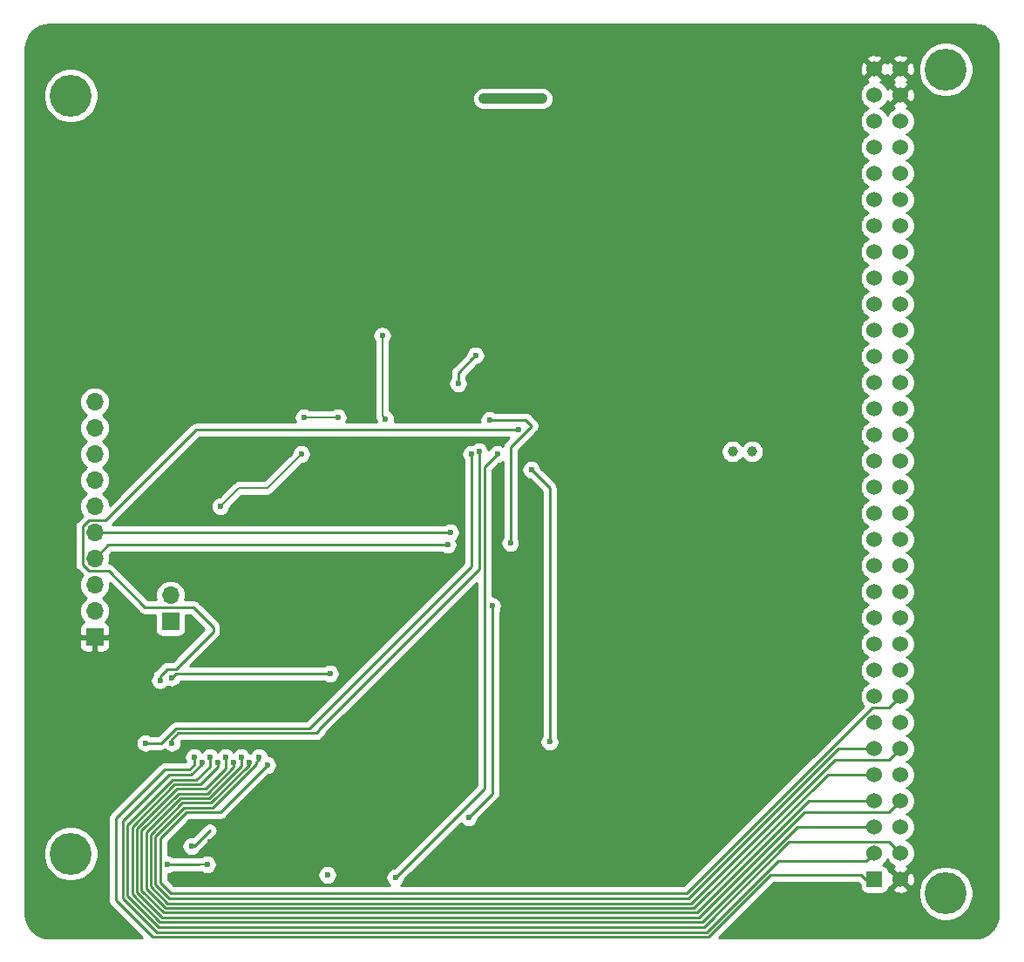
<source format=gbl>
G04 #@! TF.GenerationSoftware,KiCad,Pcbnew,(5.1.2)-1*
G04 #@! TF.CreationDate,2019-06-17T17:11:17-03:00*
G04 #@! TF.ProjectId,pcb_v1,7063625f-7631-42e6-9b69-6361645f7063,rev?*
G04 #@! TF.SameCoordinates,Original*
G04 #@! TF.FileFunction,Copper,L2,Bot*
G04 #@! TF.FilePolarity,Positive*
%FSLAX46Y46*%
G04 Gerber Fmt 4.6, Leading zero omitted, Abs format (unit mm)*
G04 Created by KiCad (PCBNEW (5.1.2)-1) date 2019-06-17 17:11:17*
%MOMM*%
%LPD*%
G04 APERTURE LIST*
%ADD10C,4.064000*%
%ADD11C,1.000000*%
%ADD12C,1.524000*%
%ADD13C,0.100000*%
%ADD14R,1.700000X1.700000*%
%ADD15O,1.700000X1.700000*%
%ADD16C,0.600000*%
%ADD17C,0.250000*%
%ADD18C,0.200000*%
%ADD19C,1.000000*%
%ADD20C,0.254000*%
G04 APERTURE END LIST*
D10*
X140090000Y-55080000D03*
X55080000Y-57620000D03*
X55080000Y-131280000D03*
X140090000Y-135150000D03*
D11*
X119380000Y-92202000D03*
X121280000Y-92202000D03*
D12*
X135690000Y-55030000D03*
X135690000Y-57570000D03*
X135690000Y-60110000D03*
X135690000Y-62650000D03*
X135690000Y-65190000D03*
X135690000Y-67730000D03*
X135690000Y-70270000D03*
X135690000Y-72810000D03*
X135690000Y-75350000D03*
X135690000Y-77890000D03*
X135690000Y-80430000D03*
X135690000Y-82970000D03*
X135690000Y-85510000D03*
X135690000Y-88050000D03*
X135690000Y-90590000D03*
X135690000Y-93130000D03*
X135690000Y-95670000D03*
X135690000Y-98210000D03*
X135690000Y-100750000D03*
X135690000Y-103290000D03*
X135690000Y-105830000D03*
X135690000Y-108370000D03*
X135690000Y-110910000D03*
X135690000Y-113450000D03*
X135690000Y-115990000D03*
X135690000Y-118530000D03*
X135690000Y-121070000D03*
X135690000Y-123610000D03*
X135690000Y-126150000D03*
X135690000Y-128690000D03*
X135690000Y-131230000D03*
X135690000Y-133770000D03*
X133150000Y-55030000D03*
X133150000Y-57570000D03*
X133150000Y-60110000D03*
X133150000Y-62650000D03*
X133150000Y-65190000D03*
X133150000Y-67730000D03*
X133150000Y-70270000D03*
X133150000Y-72810000D03*
X133150000Y-75350000D03*
X133150000Y-77890000D03*
X133150000Y-80430000D03*
X133150000Y-82970000D03*
X133150000Y-85510000D03*
X133150000Y-88050000D03*
X133150000Y-90590000D03*
X133150000Y-93130000D03*
X133150000Y-95670000D03*
X133150000Y-98210000D03*
X133150000Y-100750000D03*
X133150000Y-103290000D03*
X133150000Y-105830000D03*
X133150000Y-108370000D03*
X133150000Y-110910000D03*
X133150000Y-113450000D03*
X133150000Y-115990000D03*
X133150000Y-118530000D03*
X133150000Y-121070000D03*
X133150000Y-123610000D03*
X133150000Y-126150000D03*
X133150000Y-128690000D03*
X133150000Y-131230000D03*
X133150000Y-133770000D03*
D13*
G36*
X133912000Y-134532000D02*
G01*
X132388000Y-134532000D01*
X132388000Y-133008000D01*
X133912000Y-133008000D01*
X133912000Y-134532000D01*
X133912000Y-134532000D01*
G37*
D14*
X57404000Y-110236000D03*
D15*
X57404000Y-107696000D03*
X57404000Y-105156000D03*
X57404000Y-102616000D03*
X57404000Y-100076000D03*
X57404000Y-97536000D03*
X57404000Y-94996000D03*
X57404000Y-92456000D03*
X57404000Y-89916000D03*
X57404000Y-87376000D03*
D14*
X64770000Y-108712000D03*
D15*
X64770000Y-106172000D03*
D16*
X80010000Y-133350000D03*
X80010000Y-128016000D03*
X56896000Y-78486000D03*
X65278000Y-68072000D03*
X68580000Y-62484000D03*
X114300000Y-63246000D03*
X109474000Y-61468000D03*
X98806000Y-101092000D03*
X63246000Y-81280000D03*
X65024000Y-83820000D03*
X69596000Y-82828000D03*
X75184000Y-83336000D03*
X92202000Y-93472000D03*
X83288000Y-86868000D03*
X97028000Y-123142000D03*
X72620000Y-97536000D03*
X104284279Y-93995999D03*
X68580000Y-130136000D03*
X66680000Y-128636000D03*
X107418000Y-115316000D03*
X95166000Y-81026000D03*
X88416000Y-61214000D03*
X95238000Y-54102000D03*
X103886000Y-92456000D03*
X111506000Y-56060000D03*
X66167000Y-120523000D03*
X101600000Y-123420000D03*
X107902000Y-120650000D03*
X109728000Y-122706000D03*
X115800000Y-123444000D03*
X115546000Y-128016000D03*
X66548000Y-133858000D03*
X125774660Y-87839340D03*
X129032000Y-84074000D03*
X120739320Y-87032680D03*
X84137000Y-91660000D03*
X82487000Y-93760000D03*
X83820000Y-98782002D03*
X64281000Y-82061000D03*
X93980000Y-85852000D03*
X101600000Y-120420000D03*
X99822000Y-93980000D03*
X68326000Y-132334000D03*
X92710000Y-85598000D03*
X97790000Y-101092000D03*
X95758000Y-89133938D03*
X64481087Y-132334000D03*
X94403137Y-82867414D03*
X95238000Y-57912000D03*
X100838000Y-57912000D03*
X85344000Y-80952000D03*
X81026000Y-88900000D03*
X77724000Y-88900000D03*
X77470000Y-92456000D03*
X69620000Y-97536000D03*
X85670839Y-89059095D03*
X91694000Y-101279363D03*
X91948000Y-100076000D03*
X93726000Y-127762000D03*
X96034913Y-107207222D03*
X66802000Y-130556000D03*
X96520000Y-92456000D03*
X86614000Y-133604000D03*
X86614000Y-133604000D03*
X62357000Y-120523000D03*
X93980000Y-92456000D03*
X80264000Y-113792000D03*
X64897000Y-114173000D03*
X63754000Y-114444491D03*
X98578797Y-90113303D03*
X94742000Y-92202000D03*
X64897000Y-120523000D03*
X70923694Y-122428000D03*
X71628000Y-121920000D03*
X72390000Y-122428000D03*
X73380487Y-121920000D03*
X74168000Y-122682000D03*
X67056000Y-121920000D03*
X67818000Y-122428000D03*
X68580000Y-121920000D03*
X69380013Y-122428000D03*
X70104000Y-121920000D03*
D17*
X101600000Y-120420000D02*
X101600000Y-95758000D01*
X101600000Y-95758000D02*
X99822000Y-93980000D01*
D18*
X67564000Y-132334000D02*
X68326000Y-132334000D01*
D17*
X99293938Y-89133938D02*
X96161342Y-89133938D01*
X97790000Y-101092000D02*
X97790000Y-91785998D01*
X99867999Y-89707999D02*
X99293938Y-89133938D01*
X97790000Y-91785998D02*
X99867999Y-89707999D01*
X67564000Y-132334000D02*
X64481087Y-132334000D01*
X94103138Y-83167413D02*
X94403137Y-82867414D01*
X92710000Y-85598000D02*
X92710000Y-84560551D01*
X92710000Y-84560551D02*
X94103138Y-83167413D01*
X96161342Y-89133938D02*
X95758000Y-89133938D01*
D19*
X95238000Y-57912000D02*
X100838000Y-57912000D01*
D18*
X81026000Y-88900000D02*
X77724000Y-88900000D01*
X77470000Y-92456000D02*
X74168000Y-95758000D01*
X74168000Y-95758000D02*
X71398000Y-95758000D01*
X71398000Y-95758000D02*
X69620000Y-97536000D01*
X85344000Y-88732256D02*
X85370840Y-88759096D01*
X85344000Y-80952000D02*
X85344000Y-88732256D01*
X85370840Y-88759096D02*
X85670839Y-89059095D01*
D17*
X58740637Y-101279363D02*
X57404000Y-102616000D01*
X91694000Y-101279363D02*
X58740637Y-101279363D01*
X91948000Y-100076000D02*
X57404000Y-100076000D01*
X96034913Y-125453087D02*
X96034913Y-107631486D01*
X96034913Y-107631486D02*
X96034913Y-107207222D01*
X93726000Y-127762000D02*
X96034913Y-125453087D01*
X66802000Y-130556000D02*
X66802000Y-130360002D01*
X67056000Y-130556000D02*
X68580000Y-129032000D01*
X66802000Y-130556000D02*
X67056000Y-130556000D01*
X95250000Y-93726000D02*
X95250000Y-124714000D01*
X96520000Y-92456000D02*
X95250000Y-93726000D01*
X95250000Y-124968000D02*
X95250000Y-124714000D01*
X86614000Y-133604000D02*
X95250000Y-124968000D01*
X62357000Y-120523000D02*
X63881000Y-120523000D01*
X63881000Y-120523000D02*
X65278000Y-119126000D01*
X65278000Y-119126000D02*
X78232000Y-119126000D01*
X78232000Y-119126000D02*
X93980000Y-103378000D01*
X93980000Y-103378000D02*
X93980000Y-92456000D01*
X80264000Y-113792000D02*
X65278000Y-113792000D01*
X65278000Y-113792000D02*
X64897000Y-114173000D01*
X56857043Y-103808045D02*
X56228999Y-103180001D01*
X98154533Y-90113303D02*
X98578797Y-90113303D01*
X56228999Y-103180001D02*
X56228999Y-99511999D01*
X58756989Y-103808045D02*
X56857043Y-103808045D01*
X56228999Y-99511999D02*
X56839999Y-98900999D01*
X56839999Y-98900999D02*
X58485945Y-98900999D01*
X68916989Y-109705766D02*
X68916989Y-109281502D01*
X63754000Y-114020227D02*
X64432238Y-113341989D01*
X67273641Y-90113303D02*
X98154533Y-90113303D01*
X62295945Y-107347001D02*
X58756989Y-103808045D01*
X66982488Y-107347001D02*
X62295945Y-107347001D01*
X68916989Y-109281502D02*
X66982488Y-107347001D01*
X65280766Y-113341989D02*
X68916989Y-109705766D01*
X64432238Y-113341989D02*
X65280766Y-113341989D01*
X63754000Y-114444491D02*
X63754000Y-114020227D01*
X58485945Y-98900999D02*
X67273641Y-90113303D01*
X94742000Y-92626264D02*
X94742000Y-92202000D01*
X94742000Y-103632000D02*
X94742000Y-92626264D01*
X79190011Y-119312400D02*
X79190011Y-119183989D01*
X79190011Y-119183989D02*
X94742000Y-103632000D01*
X78926400Y-119576011D02*
X79190011Y-119312400D01*
X65526489Y-119576011D02*
X78926400Y-119576011D01*
X64897000Y-120205500D02*
X65526489Y-119576011D01*
X64897000Y-120523000D02*
X64897000Y-120205500D01*
X70923694Y-122872666D02*
X70923694Y-122428000D01*
X68342402Y-125453956D02*
X70923694Y-122872666D01*
X64118334Y-137021978D02*
X61953956Y-134857600D01*
X61953956Y-134857600D02*
X61953956Y-129048400D01*
X61953956Y-129048400D02*
X65548400Y-125453956D01*
X65548400Y-125453956D02*
X68342402Y-125453956D01*
X126811956Y-126150000D02*
X115939978Y-137021978D01*
X133150000Y-126150000D02*
X126811956Y-126150000D01*
X115939978Y-137021978D02*
X64118334Y-137021978D01*
X71628000Y-122428000D02*
X71628000Y-121920000D01*
X68528801Y-125903967D02*
X71628000Y-122804770D01*
X65734800Y-125903967D02*
X68528801Y-125903967D01*
X133150000Y-123610000D02*
X128612000Y-123610000D01*
X71628000Y-122804770D02*
X71628000Y-122428000D01*
X115650033Y-136571967D02*
X64304734Y-136571967D01*
X128612000Y-123610000D02*
X115650033Y-136571967D01*
X64304734Y-136571967D02*
X62403967Y-134671200D01*
X62403967Y-134671200D02*
X62403967Y-129234800D01*
X62403967Y-129234800D02*
X65734800Y-125903967D01*
X134928001Y-121831999D02*
X135690000Y-121070000D01*
X134602999Y-122157001D02*
X134928001Y-121831999D01*
X135690000Y-121070000D02*
X134602999Y-122157001D01*
X68715202Y-126353978D02*
X72390000Y-122679180D01*
X65921200Y-126353978D02*
X68715202Y-126353978D01*
X134602999Y-122157001D02*
X129302999Y-122157001D01*
X129302999Y-122157001D02*
X115338044Y-136121956D01*
X115338044Y-136121956D02*
X64491134Y-136121956D01*
X64491134Y-136121956D02*
X62853978Y-134484800D01*
X62853978Y-134484800D02*
X62853978Y-129421200D01*
X62853978Y-129421200D02*
X65921200Y-126353978D01*
X66107600Y-126803989D02*
X68901601Y-126803989D01*
X68901601Y-126803989D02*
X73080488Y-122625102D01*
X63303989Y-134298400D02*
X63303989Y-129607600D01*
X73080488Y-122422973D02*
X73380487Y-122122974D01*
X63303989Y-129607600D02*
X66107600Y-126803989D01*
X64641589Y-135636000D02*
X63303989Y-134298400D01*
X73080488Y-122625102D02*
X73080488Y-122422973D01*
X133150000Y-121070000D02*
X129628000Y-121070000D01*
X129628000Y-121070000D02*
X115062000Y-135636000D01*
X115062000Y-135636000D02*
X64641589Y-135636000D01*
X74168000Y-122682000D02*
X69596000Y-127254000D01*
X69596000Y-127254000D02*
X66294000Y-127254000D01*
X66294000Y-127254000D02*
X63754000Y-129794000D01*
X134602999Y-117077001D02*
X134928001Y-116751999D01*
X63754000Y-129794000D02*
X63754000Y-134112000D01*
X134928001Y-116751999D02*
X135690000Y-115990000D01*
X129451249Y-120619989D02*
X132994237Y-117077001D01*
X132994237Y-117077001D02*
X134602999Y-117077001D01*
X129441600Y-120619989D02*
X129451249Y-120619989D01*
X114933590Y-135128000D02*
X129441600Y-120619989D01*
X64770000Y-135128000D02*
X114933590Y-135128000D01*
X63754000Y-134112000D02*
X64770000Y-135128000D01*
X59493989Y-135822400D02*
X59493989Y-127836112D01*
X63059600Y-139388011D02*
X59493989Y-135822400D01*
X66608949Y-123129051D02*
X64201051Y-123129051D01*
X67056000Y-122682000D02*
X66608949Y-123129051D01*
X59493989Y-127836112D02*
X64201051Y-123129051D01*
X132288000Y-133770000D02*
X131868000Y-133350000D01*
X133150000Y-133770000D02*
X132288000Y-133770000D01*
X123074022Y-133350000D02*
X117036011Y-139388011D01*
X131868000Y-133350000D02*
X123074022Y-133350000D01*
X117036011Y-139388011D02*
X63059600Y-139388011D01*
X67056000Y-122682000D02*
X67056000Y-121920000D01*
X67818000Y-122556411D02*
X66795349Y-123579062D01*
X64634938Y-123579062D02*
X60153912Y-128060088D01*
X60153912Y-128060088D02*
X60153912Y-135603200D01*
X66795349Y-123579062D02*
X64634938Y-123579062D01*
X60153912Y-135603200D02*
X63488712Y-138938000D01*
X123786001Y-131991999D02*
X116840000Y-138938000D01*
X132388001Y-131991999D02*
X123786001Y-131991999D01*
X133150000Y-131230000D02*
X132388001Y-131991999D01*
X63488712Y-138938000D02*
X116840000Y-138938000D01*
X68580000Y-122810410D02*
X68580000Y-122428000D01*
X67286487Y-124103923D02*
X68580000Y-122810410D01*
X64989200Y-124103923D02*
X67286487Y-124103923D01*
X60603923Y-128489200D02*
X64989200Y-124103923D01*
X63617123Y-138430000D02*
X60603923Y-135416800D01*
X60603923Y-135416800D02*
X60603923Y-128489200D01*
X124873001Y-130142999D02*
X116586000Y-138430000D01*
X135690000Y-131230000D02*
X134602999Y-130142999D01*
X116586000Y-138430000D02*
X63617123Y-138430000D01*
X134602999Y-130142999D02*
X124873001Y-130142999D01*
X68580000Y-122428000D02*
X68580000Y-121920000D01*
X61053934Y-128675600D02*
X65175600Y-124553934D01*
X133150000Y-128690000D02*
X125689590Y-128690000D01*
X125689590Y-128690000D02*
X116457590Y-137922000D01*
X67678343Y-124553934D02*
X69380013Y-122852264D01*
X69380013Y-122852264D02*
X69380013Y-122428000D01*
X65175600Y-124553934D02*
X67678343Y-124553934D01*
X61053934Y-135230400D02*
X61053934Y-128675600D01*
X63745534Y-137922000D02*
X61053934Y-135230400D01*
X116457590Y-137922000D02*
X63745534Y-137922000D01*
X70104000Y-123055950D02*
X70104000Y-122428000D01*
X68156003Y-125003945D02*
X70104000Y-123055950D01*
X65362000Y-125003945D02*
X68156003Y-125003945D01*
X61503945Y-128862000D02*
X65362000Y-125003945D01*
X63931934Y-137471989D02*
X61503945Y-135044000D01*
X61503945Y-135044000D02*
X61503945Y-128862000D01*
X126370977Y-127237001D02*
X116135989Y-137471989D01*
X134602999Y-127237001D02*
X126370977Y-127237001D01*
X135690000Y-126150000D02*
X134602999Y-127237001D01*
X116135989Y-137471989D02*
X63931934Y-137471989D01*
X70104000Y-122428000D02*
X70104000Y-121920000D01*
D20*
G36*
X143334134Y-50756953D02*
G01*
X143761355Y-50885938D01*
X144155384Y-51095446D01*
X144501214Y-51377499D01*
X144785673Y-51721351D01*
X144997929Y-52113910D01*
X145129892Y-52540213D01*
X145180001Y-53016974D01*
X145180000Y-137135279D01*
X145133048Y-137614133D01*
X145004063Y-138041353D01*
X144794554Y-138435384D01*
X144512501Y-138781214D01*
X144168651Y-139065672D01*
X143776093Y-139277927D01*
X143349788Y-139409891D01*
X142873036Y-139460000D01*
X118038823Y-139460000D01*
X123388824Y-134110000D01*
X131553199Y-134110000D01*
X131724196Y-134280997D01*
X131747999Y-134310001D01*
X131749928Y-134311584D01*
X131749928Y-134532000D01*
X131762188Y-134656482D01*
X131798498Y-134776180D01*
X131857463Y-134886494D01*
X131936815Y-134983185D01*
X132033506Y-135062537D01*
X132143820Y-135121502D01*
X132263518Y-135157812D01*
X132388000Y-135170072D01*
X133912000Y-135170072D01*
X134036482Y-135157812D01*
X134156180Y-135121502D01*
X134266494Y-135062537D01*
X134363185Y-134983185D01*
X134442537Y-134886494D01*
X134501502Y-134776180D01*
X134513822Y-134735565D01*
X134904040Y-134735565D01*
X134971020Y-134975656D01*
X135220048Y-135092756D01*
X135487135Y-135159023D01*
X135762017Y-135171910D01*
X136034133Y-135130922D01*
X136293023Y-135037636D01*
X136408980Y-134975656D01*
X136433622Y-134887323D01*
X137423000Y-134887323D01*
X137423000Y-135412677D01*
X137525492Y-135927935D01*
X137726536Y-136413298D01*
X138018406Y-136850113D01*
X138389887Y-137221594D01*
X138826702Y-137513464D01*
X139312065Y-137714508D01*
X139827323Y-137817000D01*
X140352677Y-137817000D01*
X140867935Y-137714508D01*
X141353298Y-137513464D01*
X141790113Y-137221594D01*
X142161594Y-136850113D01*
X142453464Y-136413298D01*
X142654508Y-135927935D01*
X142757000Y-135412677D01*
X142757000Y-134887323D01*
X142654508Y-134372065D01*
X142453464Y-133886702D01*
X142161594Y-133449887D01*
X141790113Y-133078406D01*
X141353298Y-132786536D01*
X140867935Y-132585492D01*
X140352677Y-132483000D01*
X139827323Y-132483000D01*
X139312065Y-132585492D01*
X138826702Y-132786536D01*
X138389887Y-133078406D01*
X138018406Y-133449887D01*
X137726536Y-133886702D01*
X137525492Y-134372065D01*
X137423000Y-134887323D01*
X136433622Y-134887323D01*
X136475960Y-134735565D01*
X135690000Y-133949605D01*
X134904040Y-134735565D01*
X134513822Y-134735565D01*
X134537812Y-134656482D01*
X134550072Y-134532000D01*
X134550072Y-134507317D01*
X134724435Y-134555960D01*
X135510395Y-133770000D01*
X135869605Y-133770000D01*
X136655565Y-134555960D01*
X136895656Y-134488980D01*
X137012756Y-134239952D01*
X137079023Y-133972865D01*
X137091910Y-133697983D01*
X137050922Y-133425867D01*
X136957636Y-133166977D01*
X136895656Y-133051020D01*
X136655565Y-132984040D01*
X135869605Y-133770000D01*
X135510395Y-133770000D01*
X134724435Y-132984040D01*
X134550072Y-133032683D01*
X134550072Y-133008000D01*
X134537812Y-132883518D01*
X134501502Y-132763820D01*
X134442537Y-132653506D01*
X134363185Y-132556815D01*
X134266494Y-132477463D01*
X134156180Y-132418498D01*
X134036482Y-132382188D01*
X133952535Y-132373920D01*
X134040535Y-132315120D01*
X134235120Y-132120535D01*
X134388005Y-131891727D01*
X134420000Y-131814485D01*
X134451995Y-131891727D01*
X134604880Y-132120535D01*
X134799465Y-132315120D01*
X135028273Y-132468005D01*
X135099943Y-132497692D01*
X135086977Y-132502364D01*
X134971020Y-132564344D01*
X134904040Y-132804435D01*
X135690000Y-133590395D01*
X136475960Y-132804435D01*
X136408980Y-132564344D01*
X136273240Y-132500515D01*
X136351727Y-132468005D01*
X136580535Y-132315120D01*
X136775120Y-132120535D01*
X136928005Y-131891727D01*
X137033314Y-131637490D01*
X137087000Y-131367592D01*
X137087000Y-131092408D01*
X137033314Y-130822510D01*
X136928005Y-130568273D01*
X136775120Y-130339465D01*
X136580535Y-130144880D01*
X136351727Y-129991995D01*
X136274485Y-129960000D01*
X136351727Y-129928005D01*
X136580535Y-129775120D01*
X136775120Y-129580535D01*
X136928005Y-129351727D01*
X137033314Y-129097490D01*
X137087000Y-128827592D01*
X137087000Y-128552408D01*
X137033314Y-128282510D01*
X136928005Y-128028273D01*
X136775120Y-127799465D01*
X136580535Y-127604880D01*
X136351727Y-127451995D01*
X136274485Y-127420000D01*
X136351727Y-127388005D01*
X136580535Y-127235120D01*
X136775120Y-127040535D01*
X136928005Y-126811727D01*
X137033314Y-126557490D01*
X137087000Y-126287592D01*
X137087000Y-126012408D01*
X137033314Y-125742510D01*
X136928005Y-125488273D01*
X136775120Y-125259465D01*
X136580535Y-125064880D01*
X136351727Y-124911995D01*
X136274485Y-124880000D01*
X136351727Y-124848005D01*
X136580535Y-124695120D01*
X136775120Y-124500535D01*
X136928005Y-124271727D01*
X137033314Y-124017490D01*
X137087000Y-123747592D01*
X137087000Y-123472408D01*
X137033314Y-123202510D01*
X136928005Y-122948273D01*
X136775120Y-122719465D01*
X136580535Y-122524880D01*
X136351727Y-122371995D01*
X136274485Y-122340000D01*
X136351727Y-122308005D01*
X136580535Y-122155120D01*
X136775120Y-121960535D01*
X136928005Y-121731727D01*
X137033314Y-121477490D01*
X137087000Y-121207592D01*
X137087000Y-120932408D01*
X137033314Y-120662510D01*
X136928005Y-120408273D01*
X136775120Y-120179465D01*
X136580535Y-119984880D01*
X136351727Y-119831995D01*
X136274485Y-119800000D01*
X136351727Y-119768005D01*
X136580535Y-119615120D01*
X136775120Y-119420535D01*
X136928005Y-119191727D01*
X137033314Y-118937490D01*
X137087000Y-118667592D01*
X137087000Y-118392408D01*
X137033314Y-118122510D01*
X136928005Y-117868273D01*
X136775120Y-117639465D01*
X136580535Y-117444880D01*
X136351727Y-117291995D01*
X136274485Y-117260000D01*
X136351727Y-117228005D01*
X136580535Y-117075120D01*
X136775120Y-116880535D01*
X136928005Y-116651727D01*
X137033314Y-116397490D01*
X137087000Y-116127592D01*
X137087000Y-115852408D01*
X137033314Y-115582510D01*
X136928005Y-115328273D01*
X136775120Y-115099465D01*
X136580535Y-114904880D01*
X136351727Y-114751995D01*
X136274485Y-114720000D01*
X136351727Y-114688005D01*
X136580535Y-114535120D01*
X136775120Y-114340535D01*
X136928005Y-114111727D01*
X137033314Y-113857490D01*
X137087000Y-113587592D01*
X137087000Y-113312408D01*
X137033314Y-113042510D01*
X136928005Y-112788273D01*
X136775120Y-112559465D01*
X136580535Y-112364880D01*
X136351727Y-112211995D01*
X136274485Y-112180000D01*
X136351727Y-112148005D01*
X136580535Y-111995120D01*
X136775120Y-111800535D01*
X136928005Y-111571727D01*
X137033314Y-111317490D01*
X137087000Y-111047592D01*
X137087000Y-110772408D01*
X137033314Y-110502510D01*
X136928005Y-110248273D01*
X136775120Y-110019465D01*
X136580535Y-109824880D01*
X136351727Y-109671995D01*
X136274485Y-109640000D01*
X136351727Y-109608005D01*
X136580535Y-109455120D01*
X136775120Y-109260535D01*
X136928005Y-109031727D01*
X137033314Y-108777490D01*
X137087000Y-108507592D01*
X137087000Y-108232408D01*
X137033314Y-107962510D01*
X136928005Y-107708273D01*
X136775120Y-107479465D01*
X136580535Y-107284880D01*
X136351727Y-107131995D01*
X136274485Y-107100000D01*
X136351727Y-107068005D01*
X136580535Y-106915120D01*
X136775120Y-106720535D01*
X136928005Y-106491727D01*
X137033314Y-106237490D01*
X137087000Y-105967592D01*
X137087000Y-105692408D01*
X137033314Y-105422510D01*
X136928005Y-105168273D01*
X136775120Y-104939465D01*
X136580535Y-104744880D01*
X136351727Y-104591995D01*
X136274485Y-104560000D01*
X136351727Y-104528005D01*
X136580535Y-104375120D01*
X136775120Y-104180535D01*
X136928005Y-103951727D01*
X137033314Y-103697490D01*
X137087000Y-103427592D01*
X137087000Y-103152408D01*
X137033314Y-102882510D01*
X136928005Y-102628273D01*
X136775120Y-102399465D01*
X136580535Y-102204880D01*
X136351727Y-102051995D01*
X136274485Y-102020000D01*
X136351727Y-101988005D01*
X136580535Y-101835120D01*
X136775120Y-101640535D01*
X136928005Y-101411727D01*
X137033314Y-101157490D01*
X137087000Y-100887592D01*
X137087000Y-100612408D01*
X137033314Y-100342510D01*
X136928005Y-100088273D01*
X136775120Y-99859465D01*
X136580535Y-99664880D01*
X136351727Y-99511995D01*
X136274485Y-99480000D01*
X136351727Y-99448005D01*
X136580535Y-99295120D01*
X136775120Y-99100535D01*
X136928005Y-98871727D01*
X137033314Y-98617490D01*
X137087000Y-98347592D01*
X137087000Y-98072408D01*
X137033314Y-97802510D01*
X136928005Y-97548273D01*
X136775120Y-97319465D01*
X136580535Y-97124880D01*
X136351727Y-96971995D01*
X136274485Y-96940000D01*
X136351727Y-96908005D01*
X136580535Y-96755120D01*
X136775120Y-96560535D01*
X136928005Y-96331727D01*
X137033314Y-96077490D01*
X137087000Y-95807592D01*
X137087000Y-95532408D01*
X137033314Y-95262510D01*
X136928005Y-95008273D01*
X136775120Y-94779465D01*
X136580535Y-94584880D01*
X136351727Y-94431995D01*
X136274485Y-94400000D01*
X136351727Y-94368005D01*
X136580535Y-94215120D01*
X136775120Y-94020535D01*
X136928005Y-93791727D01*
X137033314Y-93537490D01*
X137087000Y-93267592D01*
X137087000Y-92992408D01*
X137033314Y-92722510D01*
X136928005Y-92468273D01*
X136775120Y-92239465D01*
X136580535Y-92044880D01*
X136351727Y-91891995D01*
X136274485Y-91860000D01*
X136351727Y-91828005D01*
X136580535Y-91675120D01*
X136775120Y-91480535D01*
X136928005Y-91251727D01*
X137033314Y-90997490D01*
X137087000Y-90727592D01*
X137087000Y-90452408D01*
X137033314Y-90182510D01*
X136928005Y-89928273D01*
X136775120Y-89699465D01*
X136580535Y-89504880D01*
X136351727Y-89351995D01*
X136274485Y-89320000D01*
X136351727Y-89288005D01*
X136580535Y-89135120D01*
X136775120Y-88940535D01*
X136928005Y-88711727D01*
X137033314Y-88457490D01*
X137087000Y-88187592D01*
X137087000Y-87912408D01*
X137033314Y-87642510D01*
X136928005Y-87388273D01*
X136775120Y-87159465D01*
X136580535Y-86964880D01*
X136351727Y-86811995D01*
X136274485Y-86780000D01*
X136351727Y-86748005D01*
X136580535Y-86595120D01*
X136775120Y-86400535D01*
X136928005Y-86171727D01*
X137033314Y-85917490D01*
X137087000Y-85647592D01*
X137087000Y-85372408D01*
X137033314Y-85102510D01*
X136928005Y-84848273D01*
X136775120Y-84619465D01*
X136580535Y-84424880D01*
X136351727Y-84271995D01*
X136274485Y-84240000D01*
X136351727Y-84208005D01*
X136580535Y-84055120D01*
X136775120Y-83860535D01*
X136928005Y-83631727D01*
X137033314Y-83377490D01*
X137087000Y-83107592D01*
X137087000Y-82832408D01*
X137033314Y-82562510D01*
X136928005Y-82308273D01*
X136775120Y-82079465D01*
X136580535Y-81884880D01*
X136351727Y-81731995D01*
X136274485Y-81700000D01*
X136351727Y-81668005D01*
X136580535Y-81515120D01*
X136775120Y-81320535D01*
X136928005Y-81091727D01*
X137033314Y-80837490D01*
X137087000Y-80567592D01*
X137087000Y-80292408D01*
X137033314Y-80022510D01*
X136928005Y-79768273D01*
X136775120Y-79539465D01*
X136580535Y-79344880D01*
X136351727Y-79191995D01*
X136274485Y-79160000D01*
X136351727Y-79128005D01*
X136580535Y-78975120D01*
X136775120Y-78780535D01*
X136928005Y-78551727D01*
X137033314Y-78297490D01*
X137087000Y-78027592D01*
X137087000Y-77752408D01*
X137033314Y-77482510D01*
X136928005Y-77228273D01*
X136775120Y-76999465D01*
X136580535Y-76804880D01*
X136351727Y-76651995D01*
X136274485Y-76620000D01*
X136351727Y-76588005D01*
X136580535Y-76435120D01*
X136775120Y-76240535D01*
X136928005Y-76011727D01*
X137033314Y-75757490D01*
X137087000Y-75487592D01*
X137087000Y-75212408D01*
X137033314Y-74942510D01*
X136928005Y-74688273D01*
X136775120Y-74459465D01*
X136580535Y-74264880D01*
X136351727Y-74111995D01*
X136274485Y-74080000D01*
X136351727Y-74048005D01*
X136580535Y-73895120D01*
X136775120Y-73700535D01*
X136928005Y-73471727D01*
X137033314Y-73217490D01*
X137087000Y-72947592D01*
X137087000Y-72672408D01*
X137033314Y-72402510D01*
X136928005Y-72148273D01*
X136775120Y-71919465D01*
X136580535Y-71724880D01*
X136351727Y-71571995D01*
X136274485Y-71540000D01*
X136351727Y-71508005D01*
X136580535Y-71355120D01*
X136775120Y-71160535D01*
X136928005Y-70931727D01*
X137033314Y-70677490D01*
X137087000Y-70407592D01*
X137087000Y-70132408D01*
X137033314Y-69862510D01*
X136928005Y-69608273D01*
X136775120Y-69379465D01*
X136580535Y-69184880D01*
X136351727Y-69031995D01*
X136274485Y-69000000D01*
X136351727Y-68968005D01*
X136580535Y-68815120D01*
X136775120Y-68620535D01*
X136928005Y-68391727D01*
X137033314Y-68137490D01*
X137087000Y-67867592D01*
X137087000Y-67592408D01*
X137033314Y-67322510D01*
X136928005Y-67068273D01*
X136775120Y-66839465D01*
X136580535Y-66644880D01*
X136351727Y-66491995D01*
X136274485Y-66460000D01*
X136351727Y-66428005D01*
X136580535Y-66275120D01*
X136775120Y-66080535D01*
X136928005Y-65851727D01*
X137033314Y-65597490D01*
X137087000Y-65327592D01*
X137087000Y-65052408D01*
X137033314Y-64782510D01*
X136928005Y-64528273D01*
X136775120Y-64299465D01*
X136580535Y-64104880D01*
X136351727Y-63951995D01*
X136274485Y-63920000D01*
X136351727Y-63888005D01*
X136580535Y-63735120D01*
X136775120Y-63540535D01*
X136928005Y-63311727D01*
X137033314Y-63057490D01*
X137087000Y-62787592D01*
X137087000Y-62512408D01*
X137033314Y-62242510D01*
X136928005Y-61988273D01*
X136775120Y-61759465D01*
X136580535Y-61564880D01*
X136351727Y-61411995D01*
X136274485Y-61380000D01*
X136351727Y-61348005D01*
X136580535Y-61195120D01*
X136775120Y-61000535D01*
X136928005Y-60771727D01*
X137033314Y-60517490D01*
X137087000Y-60247592D01*
X137087000Y-59972408D01*
X137033314Y-59702510D01*
X136928005Y-59448273D01*
X136775120Y-59219465D01*
X136580535Y-59024880D01*
X136351727Y-58871995D01*
X136280057Y-58842308D01*
X136293023Y-58837636D01*
X136408980Y-58775656D01*
X136475960Y-58535565D01*
X135690000Y-57749605D01*
X134904040Y-58535565D01*
X134971020Y-58775656D01*
X135106760Y-58839485D01*
X135028273Y-58871995D01*
X134799465Y-59024880D01*
X134604880Y-59219465D01*
X134451995Y-59448273D01*
X134420000Y-59525515D01*
X134388005Y-59448273D01*
X134235120Y-59219465D01*
X134040535Y-59024880D01*
X133811727Y-58871995D01*
X133734485Y-58840000D01*
X133811727Y-58808005D01*
X134040535Y-58655120D01*
X134235120Y-58460535D01*
X134388005Y-58231727D01*
X134417692Y-58160057D01*
X134422364Y-58173023D01*
X134484344Y-58288980D01*
X134724435Y-58355960D01*
X135510395Y-57570000D01*
X135869605Y-57570000D01*
X136655565Y-58355960D01*
X136895656Y-58288980D01*
X137012756Y-58039952D01*
X137079023Y-57772865D01*
X137091910Y-57497983D01*
X137050922Y-57225867D01*
X136957636Y-56966977D01*
X136895656Y-56851020D01*
X136655565Y-56784040D01*
X135869605Y-57570000D01*
X135510395Y-57570000D01*
X134724435Y-56784040D01*
X134484344Y-56851020D01*
X134420515Y-56986760D01*
X134388005Y-56908273D01*
X134235120Y-56679465D01*
X134040535Y-56484880D01*
X133811727Y-56331995D01*
X133740057Y-56302308D01*
X133753023Y-56297636D01*
X133868980Y-56235656D01*
X133935960Y-55995565D01*
X134904040Y-55995565D01*
X134971020Y-56235656D01*
X135101644Y-56297079D01*
X135086977Y-56302364D01*
X134971020Y-56364344D01*
X134904040Y-56604435D01*
X135690000Y-57390395D01*
X136475960Y-56604435D01*
X136408980Y-56364344D01*
X136278356Y-56302921D01*
X136293023Y-56297636D01*
X136408980Y-56235656D01*
X136475960Y-55995565D01*
X135690000Y-55209605D01*
X134904040Y-55995565D01*
X133935960Y-55995565D01*
X133150000Y-55209605D01*
X132364040Y-55995565D01*
X132431020Y-56235656D01*
X132566760Y-56299485D01*
X132488273Y-56331995D01*
X132259465Y-56484880D01*
X132064880Y-56679465D01*
X131911995Y-56908273D01*
X131806686Y-57162510D01*
X131753000Y-57432408D01*
X131753000Y-57707592D01*
X131806686Y-57977490D01*
X131911995Y-58231727D01*
X132064880Y-58460535D01*
X132259465Y-58655120D01*
X132488273Y-58808005D01*
X132565515Y-58840000D01*
X132488273Y-58871995D01*
X132259465Y-59024880D01*
X132064880Y-59219465D01*
X131911995Y-59448273D01*
X131806686Y-59702510D01*
X131753000Y-59972408D01*
X131753000Y-60247592D01*
X131806686Y-60517490D01*
X131911995Y-60771727D01*
X132064880Y-61000535D01*
X132259465Y-61195120D01*
X132488273Y-61348005D01*
X132565515Y-61380000D01*
X132488273Y-61411995D01*
X132259465Y-61564880D01*
X132064880Y-61759465D01*
X131911995Y-61988273D01*
X131806686Y-62242510D01*
X131753000Y-62512408D01*
X131753000Y-62787592D01*
X131806686Y-63057490D01*
X131911995Y-63311727D01*
X132064880Y-63540535D01*
X132259465Y-63735120D01*
X132488273Y-63888005D01*
X132565515Y-63920000D01*
X132488273Y-63951995D01*
X132259465Y-64104880D01*
X132064880Y-64299465D01*
X131911995Y-64528273D01*
X131806686Y-64782510D01*
X131753000Y-65052408D01*
X131753000Y-65327592D01*
X131806686Y-65597490D01*
X131911995Y-65851727D01*
X132064880Y-66080535D01*
X132259465Y-66275120D01*
X132488273Y-66428005D01*
X132565515Y-66460000D01*
X132488273Y-66491995D01*
X132259465Y-66644880D01*
X132064880Y-66839465D01*
X131911995Y-67068273D01*
X131806686Y-67322510D01*
X131753000Y-67592408D01*
X131753000Y-67867592D01*
X131806686Y-68137490D01*
X131911995Y-68391727D01*
X132064880Y-68620535D01*
X132259465Y-68815120D01*
X132488273Y-68968005D01*
X132565515Y-69000000D01*
X132488273Y-69031995D01*
X132259465Y-69184880D01*
X132064880Y-69379465D01*
X131911995Y-69608273D01*
X131806686Y-69862510D01*
X131753000Y-70132408D01*
X131753000Y-70407592D01*
X131806686Y-70677490D01*
X131911995Y-70931727D01*
X132064880Y-71160535D01*
X132259465Y-71355120D01*
X132488273Y-71508005D01*
X132565515Y-71540000D01*
X132488273Y-71571995D01*
X132259465Y-71724880D01*
X132064880Y-71919465D01*
X131911995Y-72148273D01*
X131806686Y-72402510D01*
X131753000Y-72672408D01*
X131753000Y-72947592D01*
X131806686Y-73217490D01*
X131911995Y-73471727D01*
X132064880Y-73700535D01*
X132259465Y-73895120D01*
X132488273Y-74048005D01*
X132565515Y-74080000D01*
X132488273Y-74111995D01*
X132259465Y-74264880D01*
X132064880Y-74459465D01*
X131911995Y-74688273D01*
X131806686Y-74942510D01*
X131753000Y-75212408D01*
X131753000Y-75487592D01*
X131806686Y-75757490D01*
X131911995Y-76011727D01*
X132064880Y-76240535D01*
X132259465Y-76435120D01*
X132488273Y-76588005D01*
X132565515Y-76620000D01*
X132488273Y-76651995D01*
X132259465Y-76804880D01*
X132064880Y-76999465D01*
X131911995Y-77228273D01*
X131806686Y-77482510D01*
X131753000Y-77752408D01*
X131753000Y-78027592D01*
X131806686Y-78297490D01*
X131911995Y-78551727D01*
X132064880Y-78780535D01*
X132259465Y-78975120D01*
X132488273Y-79128005D01*
X132565515Y-79160000D01*
X132488273Y-79191995D01*
X132259465Y-79344880D01*
X132064880Y-79539465D01*
X131911995Y-79768273D01*
X131806686Y-80022510D01*
X131753000Y-80292408D01*
X131753000Y-80567592D01*
X131806686Y-80837490D01*
X131911995Y-81091727D01*
X132064880Y-81320535D01*
X132259465Y-81515120D01*
X132488273Y-81668005D01*
X132565515Y-81700000D01*
X132488273Y-81731995D01*
X132259465Y-81884880D01*
X132064880Y-82079465D01*
X131911995Y-82308273D01*
X131806686Y-82562510D01*
X131753000Y-82832408D01*
X131753000Y-83107592D01*
X131806686Y-83377490D01*
X131911995Y-83631727D01*
X132064880Y-83860535D01*
X132259465Y-84055120D01*
X132488273Y-84208005D01*
X132565515Y-84240000D01*
X132488273Y-84271995D01*
X132259465Y-84424880D01*
X132064880Y-84619465D01*
X131911995Y-84848273D01*
X131806686Y-85102510D01*
X131753000Y-85372408D01*
X131753000Y-85647592D01*
X131806686Y-85917490D01*
X131911995Y-86171727D01*
X132064880Y-86400535D01*
X132259465Y-86595120D01*
X132488273Y-86748005D01*
X132565515Y-86780000D01*
X132488273Y-86811995D01*
X132259465Y-86964880D01*
X132064880Y-87159465D01*
X131911995Y-87388273D01*
X131806686Y-87642510D01*
X131753000Y-87912408D01*
X131753000Y-88187592D01*
X131806686Y-88457490D01*
X131911995Y-88711727D01*
X132064880Y-88940535D01*
X132259465Y-89135120D01*
X132488273Y-89288005D01*
X132565515Y-89320000D01*
X132488273Y-89351995D01*
X132259465Y-89504880D01*
X132064880Y-89699465D01*
X131911995Y-89928273D01*
X131806686Y-90182510D01*
X131753000Y-90452408D01*
X131753000Y-90727592D01*
X131806686Y-90997490D01*
X131911995Y-91251727D01*
X132064880Y-91480535D01*
X132259465Y-91675120D01*
X132488273Y-91828005D01*
X132565515Y-91860000D01*
X132488273Y-91891995D01*
X132259465Y-92044880D01*
X132064880Y-92239465D01*
X131911995Y-92468273D01*
X131806686Y-92722510D01*
X131753000Y-92992408D01*
X131753000Y-93267592D01*
X131806686Y-93537490D01*
X131911995Y-93791727D01*
X132064880Y-94020535D01*
X132259465Y-94215120D01*
X132488273Y-94368005D01*
X132565515Y-94400000D01*
X132488273Y-94431995D01*
X132259465Y-94584880D01*
X132064880Y-94779465D01*
X131911995Y-95008273D01*
X131806686Y-95262510D01*
X131753000Y-95532408D01*
X131753000Y-95807592D01*
X131806686Y-96077490D01*
X131911995Y-96331727D01*
X132064880Y-96560535D01*
X132259465Y-96755120D01*
X132488273Y-96908005D01*
X132565515Y-96940000D01*
X132488273Y-96971995D01*
X132259465Y-97124880D01*
X132064880Y-97319465D01*
X131911995Y-97548273D01*
X131806686Y-97802510D01*
X131753000Y-98072408D01*
X131753000Y-98347592D01*
X131806686Y-98617490D01*
X131911995Y-98871727D01*
X132064880Y-99100535D01*
X132259465Y-99295120D01*
X132488273Y-99448005D01*
X132565515Y-99480000D01*
X132488273Y-99511995D01*
X132259465Y-99664880D01*
X132064880Y-99859465D01*
X131911995Y-100088273D01*
X131806686Y-100342510D01*
X131753000Y-100612408D01*
X131753000Y-100887592D01*
X131806686Y-101157490D01*
X131911995Y-101411727D01*
X132064880Y-101640535D01*
X132259465Y-101835120D01*
X132488273Y-101988005D01*
X132565515Y-102020000D01*
X132488273Y-102051995D01*
X132259465Y-102204880D01*
X132064880Y-102399465D01*
X131911995Y-102628273D01*
X131806686Y-102882510D01*
X131753000Y-103152408D01*
X131753000Y-103427592D01*
X131806686Y-103697490D01*
X131911995Y-103951727D01*
X132064880Y-104180535D01*
X132259465Y-104375120D01*
X132488273Y-104528005D01*
X132565515Y-104560000D01*
X132488273Y-104591995D01*
X132259465Y-104744880D01*
X132064880Y-104939465D01*
X131911995Y-105168273D01*
X131806686Y-105422510D01*
X131753000Y-105692408D01*
X131753000Y-105967592D01*
X131806686Y-106237490D01*
X131911995Y-106491727D01*
X132064880Y-106720535D01*
X132259465Y-106915120D01*
X132488273Y-107068005D01*
X132565515Y-107100000D01*
X132488273Y-107131995D01*
X132259465Y-107284880D01*
X132064880Y-107479465D01*
X131911995Y-107708273D01*
X131806686Y-107962510D01*
X131753000Y-108232408D01*
X131753000Y-108507592D01*
X131806686Y-108777490D01*
X131911995Y-109031727D01*
X132064880Y-109260535D01*
X132259465Y-109455120D01*
X132488273Y-109608005D01*
X132565515Y-109640000D01*
X132488273Y-109671995D01*
X132259465Y-109824880D01*
X132064880Y-110019465D01*
X131911995Y-110248273D01*
X131806686Y-110502510D01*
X131753000Y-110772408D01*
X131753000Y-111047592D01*
X131806686Y-111317490D01*
X131911995Y-111571727D01*
X132064880Y-111800535D01*
X132259465Y-111995120D01*
X132488273Y-112148005D01*
X132565515Y-112180000D01*
X132488273Y-112211995D01*
X132259465Y-112364880D01*
X132064880Y-112559465D01*
X131911995Y-112788273D01*
X131806686Y-113042510D01*
X131753000Y-113312408D01*
X131753000Y-113587592D01*
X131806686Y-113857490D01*
X131911995Y-114111727D01*
X132064880Y-114340535D01*
X132259465Y-114535120D01*
X132488273Y-114688005D01*
X132565515Y-114720000D01*
X132488273Y-114751995D01*
X132259465Y-114904880D01*
X132064880Y-115099465D01*
X131911995Y-115328273D01*
X131806686Y-115582510D01*
X131753000Y-115852408D01*
X131753000Y-116127592D01*
X131806686Y-116397490D01*
X131911995Y-116651727D01*
X132064880Y-116880535D01*
X132090391Y-116906046D01*
X128984411Y-120012026D01*
X128901599Y-120079988D01*
X128877801Y-120108986D01*
X114618789Y-134368000D01*
X87153549Y-134368000D01*
X87210028Y-134330262D01*
X87340262Y-134200028D01*
X87442586Y-134046889D01*
X87513068Y-133876729D01*
X87537153Y-133755648D01*
X92973717Y-128319085D01*
X92999738Y-128358028D01*
X93129972Y-128488262D01*
X93283111Y-128590586D01*
X93453271Y-128661068D01*
X93633911Y-128697000D01*
X93818089Y-128697000D01*
X93998729Y-128661068D01*
X94168889Y-128590586D01*
X94322028Y-128488262D01*
X94452262Y-128358028D01*
X94554586Y-128204889D01*
X94625068Y-128034729D01*
X94649153Y-127913648D01*
X96545917Y-126016885D01*
X96574914Y-125993088D01*
X96648054Y-125903967D01*
X96669887Y-125877364D01*
X96740459Y-125745334D01*
X96744602Y-125731677D01*
X96783916Y-125602073D01*
X96794913Y-125490420D01*
X96794913Y-125490411D01*
X96798589Y-125453088D01*
X96794913Y-125415765D01*
X96794913Y-107752757D01*
X96863499Y-107650111D01*
X96933981Y-107479951D01*
X96969913Y-107299311D01*
X96969913Y-107115133D01*
X96933981Y-106934493D01*
X96863499Y-106764333D01*
X96761175Y-106611194D01*
X96630941Y-106480960D01*
X96477802Y-106378636D01*
X96307642Y-106308154D01*
X96127002Y-106272222D01*
X96010000Y-106272222D01*
X96010000Y-94040801D01*
X96671649Y-93379153D01*
X96792729Y-93355068D01*
X96962889Y-93284586D01*
X97030001Y-93239743D01*
X97030000Y-100546464D01*
X96961414Y-100649111D01*
X96890932Y-100819271D01*
X96855000Y-100999911D01*
X96855000Y-101184089D01*
X96890932Y-101364729D01*
X96961414Y-101534889D01*
X97063738Y-101688028D01*
X97193972Y-101818262D01*
X97347111Y-101920586D01*
X97517271Y-101991068D01*
X97697911Y-102027000D01*
X97882089Y-102027000D01*
X98062729Y-101991068D01*
X98232889Y-101920586D01*
X98386028Y-101818262D01*
X98516262Y-101688028D01*
X98618586Y-101534889D01*
X98689068Y-101364729D01*
X98725000Y-101184089D01*
X98725000Y-100999911D01*
X98689068Y-100819271D01*
X98618586Y-100649111D01*
X98550000Y-100546465D01*
X98550000Y-93887911D01*
X98887000Y-93887911D01*
X98887000Y-94072089D01*
X98922932Y-94252729D01*
X98993414Y-94422889D01*
X99095738Y-94576028D01*
X99225972Y-94706262D01*
X99379111Y-94808586D01*
X99549271Y-94879068D01*
X99670351Y-94903153D01*
X100840001Y-96072803D01*
X100840000Y-119874465D01*
X100771414Y-119977111D01*
X100700932Y-120147271D01*
X100665000Y-120327911D01*
X100665000Y-120512089D01*
X100700932Y-120692729D01*
X100771414Y-120862889D01*
X100873738Y-121016028D01*
X101003972Y-121146262D01*
X101157111Y-121248586D01*
X101327271Y-121319068D01*
X101507911Y-121355000D01*
X101692089Y-121355000D01*
X101872729Y-121319068D01*
X102042889Y-121248586D01*
X102196028Y-121146262D01*
X102326262Y-121016028D01*
X102428586Y-120862889D01*
X102499068Y-120692729D01*
X102535000Y-120512089D01*
X102535000Y-120327911D01*
X102499068Y-120147271D01*
X102428586Y-119977111D01*
X102360000Y-119874465D01*
X102360000Y-95795325D01*
X102363676Y-95758000D01*
X102360000Y-95720675D01*
X102360000Y-95720667D01*
X102349003Y-95609014D01*
X102305546Y-95465753D01*
X102234974Y-95333724D01*
X102140001Y-95217999D01*
X102111003Y-95194201D01*
X100745153Y-93828351D01*
X100721068Y-93707271D01*
X100650586Y-93537111D01*
X100548262Y-93383972D01*
X100418028Y-93253738D01*
X100264889Y-93151414D01*
X100094729Y-93080932D01*
X99914089Y-93045000D01*
X99729911Y-93045000D01*
X99549271Y-93080932D01*
X99379111Y-93151414D01*
X99225972Y-93253738D01*
X99095738Y-93383972D01*
X98993414Y-93537111D01*
X98922932Y-93707271D01*
X98887000Y-93887911D01*
X98550000Y-93887911D01*
X98550000Y-92100799D01*
X98560587Y-92090212D01*
X118245000Y-92090212D01*
X118245000Y-92313788D01*
X118288617Y-92533067D01*
X118374176Y-92739624D01*
X118498388Y-92925520D01*
X118656480Y-93083612D01*
X118842376Y-93207824D01*
X119048933Y-93293383D01*
X119268212Y-93337000D01*
X119491788Y-93337000D01*
X119711067Y-93293383D01*
X119917624Y-93207824D01*
X120103520Y-93083612D01*
X120261612Y-92925520D01*
X120330000Y-92823170D01*
X120398388Y-92925520D01*
X120556480Y-93083612D01*
X120742376Y-93207824D01*
X120948933Y-93293383D01*
X121168212Y-93337000D01*
X121391788Y-93337000D01*
X121611067Y-93293383D01*
X121817624Y-93207824D01*
X122003520Y-93083612D01*
X122161612Y-92925520D01*
X122285824Y-92739624D01*
X122371383Y-92533067D01*
X122415000Y-92313788D01*
X122415000Y-92090212D01*
X122371383Y-91870933D01*
X122285824Y-91664376D01*
X122161612Y-91478480D01*
X122003520Y-91320388D01*
X121817624Y-91196176D01*
X121611067Y-91110617D01*
X121391788Y-91067000D01*
X121168212Y-91067000D01*
X120948933Y-91110617D01*
X120742376Y-91196176D01*
X120556480Y-91320388D01*
X120398388Y-91478480D01*
X120330000Y-91580830D01*
X120261612Y-91478480D01*
X120103520Y-91320388D01*
X119917624Y-91196176D01*
X119711067Y-91110617D01*
X119491788Y-91067000D01*
X119268212Y-91067000D01*
X119048933Y-91110617D01*
X118842376Y-91196176D01*
X118656480Y-91320388D01*
X118498388Y-91478480D01*
X118374176Y-91664376D01*
X118288617Y-91870933D01*
X118245000Y-92090212D01*
X98560587Y-92090212D01*
X100379002Y-90271798D01*
X100408000Y-90248000D01*
X100502973Y-90132275D01*
X100573545Y-90000245D01*
X100617001Y-89856985D01*
X100628382Y-89741432D01*
X100631675Y-89708000D01*
X100624485Y-89635000D01*
X100617001Y-89559013D01*
X100573545Y-89415752D01*
X100502973Y-89283723D01*
X100431798Y-89196996D01*
X100431788Y-89196986D01*
X100407999Y-89167999D01*
X100379012Y-89144210D01*
X99857741Y-88622940D01*
X99833939Y-88593937D01*
X99718214Y-88498964D01*
X99586185Y-88428392D01*
X99442924Y-88384935D01*
X99331271Y-88373938D01*
X99331260Y-88373938D01*
X99293938Y-88370262D01*
X99256616Y-88373938D01*
X96303535Y-88373938D01*
X96200889Y-88305352D01*
X96030729Y-88234870D01*
X95850089Y-88198938D01*
X95665911Y-88198938D01*
X95485271Y-88234870D01*
X95315111Y-88305352D01*
X95161972Y-88407676D01*
X95031738Y-88537910D01*
X94929414Y-88691049D01*
X94858932Y-88861209D01*
X94823000Y-89041849D01*
X94823000Y-89226027D01*
X94848317Y-89353303D01*
X86561010Y-89353303D01*
X86569907Y-89331824D01*
X86605839Y-89151184D01*
X86605839Y-88967006D01*
X86569907Y-88786366D01*
X86499425Y-88616206D01*
X86397101Y-88463067D01*
X86266867Y-88332833D01*
X86113728Y-88230509D01*
X86079000Y-88216124D01*
X86079000Y-85505911D01*
X91775000Y-85505911D01*
X91775000Y-85690089D01*
X91810932Y-85870729D01*
X91881414Y-86040889D01*
X91983738Y-86194028D01*
X92113972Y-86324262D01*
X92267111Y-86426586D01*
X92437271Y-86497068D01*
X92617911Y-86533000D01*
X92802089Y-86533000D01*
X92982729Y-86497068D01*
X93152889Y-86426586D01*
X93306028Y-86324262D01*
X93436262Y-86194028D01*
X93538586Y-86040889D01*
X93609068Y-85870729D01*
X93645000Y-85690089D01*
X93645000Y-85505911D01*
X93609068Y-85325271D01*
X93538586Y-85155111D01*
X93470000Y-85052465D01*
X93470000Y-84875352D01*
X94554786Y-83790567D01*
X94675866Y-83766482D01*
X94846026Y-83696000D01*
X94999165Y-83593676D01*
X95129399Y-83463442D01*
X95231723Y-83310303D01*
X95302205Y-83140143D01*
X95338137Y-82959503D01*
X95338137Y-82775325D01*
X95302205Y-82594685D01*
X95231723Y-82424525D01*
X95129399Y-82271386D01*
X94999165Y-82141152D01*
X94846026Y-82038828D01*
X94675866Y-81968346D01*
X94495226Y-81932414D01*
X94311048Y-81932414D01*
X94130408Y-81968346D01*
X93960248Y-82038828D01*
X93807109Y-82141152D01*
X93676875Y-82271386D01*
X93574551Y-82424525D01*
X93504069Y-82594685D01*
X93479984Y-82715765D01*
X92198998Y-83996752D01*
X92170000Y-84020550D01*
X92146202Y-84049548D01*
X92146201Y-84049549D01*
X92075026Y-84136275D01*
X92004454Y-84268305D01*
X91960998Y-84411566D01*
X91946324Y-84560551D01*
X91950001Y-84597883D01*
X91950001Y-85052464D01*
X91881414Y-85155111D01*
X91810932Y-85325271D01*
X91775000Y-85505911D01*
X86079000Y-85505911D01*
X86079000Y-81534951D01*
X86172586Y-81394889D01*
X86243068Y-81224729D01*
X86279000Y-81044089D01*
X86279000Y-80859911D01*
X86243068Y-80679271D01*
X86172586Y-80509111D01*
X86070262Y-80355972D01*
X85940028Y-80225738D01*
X85786889Y-80123414D01*
X85616729Y-80052932D01*
X85436089Y-80017000D01*
X85251911Y-80017000D01*
X85071271Y-80052932D01*
X84901111Y-80123414D01*
X84747972Y-80225738D01*
X84617738Y-80355972D01*
X84515414Y-80509111D01*
X84444932Y-80679271D01*
X84409000Y-80859911D01*
X84409000Y-81044089D01*
X84444932Y-81224729D01*
X84515414Y-81394889D01*
X84609000Y-81534951D01*
X84609001Y-88696141D01*
X84605444Y-88732256D01*
X84619635Y-88876341D01*
X84640258Y-88944323D01*
X84661664Y-89014889D01*
X84729914Y-89142576D01*
X84735839Y-89149796D01*
X84735839Y-89151184D01*
X84771771Y-89331824D01*
X84780668Y-89353303D01*
X81847628Y-89353303D01*
X81854586Y-89342889D01*
X81925068Y-89172729D01*
X81961000Y-88992089D01*
X81961000Y-88807911D01*
X81925068Y-88627271D01*
X81854586Y-88457111D01*
X81752262Y-88303972D01*
X81622028Y-88173738D01*
X81468889Y-88071414D01*
X81298729Y-88000932D01*
X81118089Y-87965000D01*
X80933911Y-87965000D01*
X80753271Y-88000932D01*
X80583111Y-88071414D01*
X80443049Y-88165000D01*
X78306951Y-88165000D01*
X78166889Y-88071414D01*
X77996729Y-88000932D01*
X77816089Y-87965000D01*
X77631911Y-87965000D01*
X77451271Y-88000932D01*
X77281111Y-88071414D01*
X77127972Y-88173738D01*
X76997738Y-88303972D01*
X76895414Y-88457111D01*
X76824932Y-88627271D01*
X76789000Y-88807911D01*
X76789000Y-88992089D01*
X76824932Y-89172729D01*
X76895414Y-89342889D01*
X76902372Y-89353303D01*
X67310964Y-89353303D01*
X67273641Y-89349627D01*
X67236318Y-89353303D01*
X67236308Y-89353303D01*
X67124655Y-89364300D01*
X66981394Y-89407757D01*
X66849365Y-89478329D01*
X66733640Y-89573302D01*
X66709842Y-89602300D01*
X58885422Y-97426721D01*
X58867513Y-97244889D01*
X58782599Y-96964966D01*
X58644706Y-96706986D01*
X58459134Y-96480866D01*
X58233014Y-96295294D01*
X58178209Y-96266000D01*
X58233014Y-96236706D01*
X58459134Y-96051134D01*
X58644706Y-95825014D01*
X58782599Y-95567034D01*
X58867513Y-95287111D01*
X58896185Y-94996000D01*
X58867513Y-94704889D01*
X58782599Y-94424966D01*
X58644706Y-94166986D01*
X58459134Y-93940866D01*
X58233014Y-93755294D01*
X58178209Y-93726000D01*
X58233014Y-93696706D01*
X58459134Y-93511134D01*
X58644706Y-93285014D01*
X58782599Y-93027034D01*
X58867513Y-92747111D01*
X58896185Y-92456000D01*
X58867513Y-92164889D01*
X58782599Y-91884966D01*
X58644706Y-91626986D01*
X58459134Y-91400866D01*
X58233014Y-91215294D01*
X58178209Y-91186000D01*
X58233014Y-91156706D01*
X58459134Y-90971134D01*
X58644706Y-90745014D01*
X58782599Y-90487034D01*
X58867513Y-90207111D01*
X58896185Y-89916000D01*
X58867513Y-89624889D01*
X58782599Y-89344966D01*
X58644706Y-89086986D01*
X58459134Y-88860866D01*
X58233014Y-88675294D01*
X58178209Y-88646000D01*
X58233014Y-88616706D01*
X58459134Y-88431134D01*
X58644706Y-88205014D01*
X58782599Y-87947034D01*
X58867513Y-87667111D01*
X58896185Y-87376000D01*
X58867513Y-87084889D01*
X58782599Y-86804966D01*
X58644706Y-86546986D01*
X58459134Y-86320866D01*
X58233014Y-86135294D01*
X57975034Y-85997401D01*
X57695111Y-85912487D01*
X57476950Y-85891000D01*
X57331050Y-85891000D01*
X57112889Y-85912487D01*
X56832966Y-85997401D01*
X56574986Y-86135294D01*
X56348866Y-86320866D01*
X56163294Y-86546986D01*
X56025401Y-86804966D01*
X55940487Y-87084889D01*
X55911815Y-87376000D01*
X55940487Y-87667111D01*
X56025401Y-87947034D01*
X56163294Y-88205014D01*
X56348866Y-88431134D01*
X56574986Y-88616706D01*
X56629791Y-88646000D01*
X56574986Y-88675294D01*
X56348866Y-88860866D01*
X56163294Y-89086986D01*
X56025401Y-89344966D01*
X55940487Y-89624889D01*
X55911815Y-89916000D01*
X55940487Y-90207111D01*
X56025401Y-90487034D01*
X56163294Y-90745014D01*
X56348866Y-90971134D01*
X56574986Y-91156706D01*
X56629791Y-91186000D01*
X56574986Y-91215294D01*
X56348866Y-91400866D01*
X56163294Y-91626986D01*
X56025401Y-91884966D01*
X55940487Y-92164889D01*
X55911815Y-92456000D01*
X55940487Y-92747111D01*
X56025401Y-93027034D01*
X56163294Y-93285014D01*
X56348866Y-93511134D01*
X56574986Y-93696706D01*
X56629791Y-93726000D01*
X56574986Y-93755294D01*
X56348866Y-93940866D01*
X56163294Y-94166986D01*
X56025401Y-94424966D01*
X55940487Y-94704889D01*
X55911815Y-94996000D01*
X55940487Y-95287111D01*
X56025401Y-95567034D01*
X56163294Y-95825014D01*
X56348866Y-96051134D01*
X56574986Y-96236706D01*
X56629791Y-96266000D01*
X56574986Y-96295294D01*
X56348866Y-96480866D01*
X56163294Y-96706986D01*
X56025401Y-96964966D01*
X55940487Y-97244889D01*
X55911815Y-97536000D01*
X55940487Y-97827111D01*
X56025401Y-98107034D01*
X56163294Y-98365014D01*
X56225447Y-98440748D01*
X55717996Y-98948201D01*
X55688999Y-98971998D01*
X55665201Y-99000996D01*
X55665200Y-99000997D01*
X55594025Y-99087723D01*
X55523453Y-99219753D01*
X55500592Y-99295120D01*
X55483035Y-99353000D01*
X55479997Y-99363014D01*
X55465323Y-99511999D01*
X55469000Y-99549331D01*
X55468999Y-103142678D01*
X55465323Y-103180001D01*
X55468999Y-103217323D01*
X55468999Y-103217333D01*
X55479996Y-103328986D01*
X55515192Y-103445014D01*
X55523453Y-103472247D01*
X55594025Y-103604277D01*
X55616777Y-103632000D01*
X55688998Y-103720002D01*
X55718001Y-103743804D01*
X56225448Y-104251252D01*
X56163294Y-104326986D01*
X56025401Y-104584966D01*
X55940487Y-104864889D01*
X55911815Y-105156000D01*
X55940487Y-105447111D01*
X56025401Y-105727034D01*
X56163294Y-105985014D01*
X56348866Y-106211134D01*
X56574986Y-106396706D01*
X56629791Y-106426000D01*
X56574986Y-106455294D01*
X56348866Y-106640866D01*
X56163294Y-106866986D01*
X56025401Y-107124966D01*
X55940487Y-107404889D01*
X55911815Y-107696000D01*
X55940487Y-107987111D01*
X56025401Y-108267034D01*
X56163294Y-108525014D01*
X56348866Y-108751134D01*
X56378687Y-108775607D01*
X56309820Y-108796498D01*
X56199506Y-108855463D01*
X56102815Y-108934815D01*
X56023463Y-109031506D01*
X55964498Y-109141820D01*
X55928188Y-109261518D01*
X55915928Y-109386000D01*
X55919000Y-109950250D01*
X56077750Y-110109000D01*
X57277000Y-110109000D01*
X57277000Y-110089000D01*
X57531000Y-110089000D01*
X57531000Y-110109000D01*
X58730250Y-110109000D01*
X58889000Y-109950250D01*
X58892072Y-109386000D01*
X58879812Y-109261518D01*
X58843502Y-109141820D01*
X58784537Y-109031506D01*
X58705185Y-108934815D01*
X58608494Y-108855463D01*
X58498180Y-108796498D01*
X58429313Y-108775607D01*
X58459134Y-108751134D01*
X58644706Y-108525014D01*
X58782599Y-108267034D01*
X58867513Y-107987111D01*
X58896185Y-107696000D01*
X58867513Y-107404889D01*
X58782599Y-107124966D01*
X58644706Y-106866986D01*
X58459134Y-106640866D01*
X58233014Y-106455294D01*
X58178209Y-106426000D01*
X58233014Y-106396706D01*
X58459134Y-106211134D01*
X58644706Y-105985014D01*
X58782599Y-105727034D01*
X58867513Y-105447111D01*
X58896185Y-105156000D01*
X58881550Y-105007407D01*
X61732145Y-107858003D01*
X61755944Y-107887002D01*
X61784942Y-107910800D01*
X61871669Y-107981975D01*
X62003698Y-108052547D01*
X62146959Y-108096004D01*
X62295945Y-108110678D01*
X62333278Y-108107001D01*
X63281928Y-108107001D01*
X63281928Y-109562000D01*
X63294188Y-109686482D01*
X63330498Y-109806180D01*
X63389463Y-109916494D01*
X63468815Y-110013185D01*
X63565506Y-110092537D01*
X63675820Y-110151502D01*
X63795518Y-110187812D01*
X63920000Y-110200072D01*
X65620000Y-110200072D01*
X65744482Y-110187812D01*
X65864180Y-110151502D01*
X65974494Y-110092537D01*
X66071185Y-110013185D01*
X66150537Y-109916494D01*
X66209502Y-109806180D01*
X66245812Y-109686482D01*
X66258072Y-109562000D01*
X66258072Y-108107001D01*
X66667687Y-108107001D01*
X68054319Y-109493634D01*
X64965965Y-112581989D01*
X64469560Y-112581989D01*
X64432237Y-112578313D01*
X64394914Y-112581989D01*
X64394905Y-112581989D01*
X64283252Y-112592986D01*
X64139991Y-112636443D01*
X64007962Y-112707015D01*
X64007960Y-112707016D01*
X64007961Y-112707016D01*
X63921234Y-112778190D01*
X63921230Y-112778194D01*
X63892237Y-112801988D01*
X63868443Y-112830981D01*
X63242997Y-113456428D01*
X63214000Y-113480226D01*
X63119026Y-113595951D01*
X63048454Y-113727980D01*
X63004997Y-113871241D01*
X63003697Y-113884443D01*
X62925414Y-114001602D01*
X62854932Y-114171762D01*
X62819000Y-114352402D01*
X62819000Y-114536580D01*
X62854932Y-114717220D01*
X62925414Y-114887380D01*
X63027738Y-115040519D01*
X63157972Y-115170753D01*
X63311111Y-115273077D01*
X63481271Y-115343559D01*
X63661911Y-115379491D01*
X63846089Y-115379491D01*
X64026729Y-115343559D01*
X64196889Y-115273077D01*
X64350028Y-115170753D01*
X64480262Y-115040519D01*
X64494968Y-115018509D01*
X64624271Y-115072068D01*
X64804911Y-115108000D01*
X64989089Y-115108000D01*
X65169729Y-115072068D01*
X65339889Y-115001586D01*
X65493028Y-114899262D01*
X65623262Y-114769028D01*
X65725586Y-114615889D01*
X65752049Y-114552000D01*
X79718465Y-114552000D01*
X79821111Y-114620586D01*
X79991271Y-114691068D01*
X80171911Y-114727000D01*
X80356089Y-114727000D01*
X80536729Y-114691068D01*
X80706889Y-114620586D01*
X80860028Y-114518262D01*
X80990262Y-114388028D01*
X81092586Y-114234889D01*
X81163068Y-114064729D01*
X81199000Y-113884089D01*
X81199000Y-113699911D01*
X81163068Y-113519271D01*
X81092586Y-113349111D01*
X80990262Y-113195972D01*
X80860028Y-113065738D01*
X80706889Y-112963414D01*
X80536729Y-112892932D01*
X80356089Y-112857000D01*
X80171911Y-112857000D01*
X79991271Y-112892932D01*
X79821111Y-112963414D01*
X79718465Y-113032000D01*
X66665556Y-113032000D01*
X69427993Y-110269564D01*
X69456990Y-110245767D01*
X69494491Y-110200072D01*
X69551963Y-110130043D01*
X69622535Y-109998013D01*
X69647263Y-109916494D01*
X69665992Y-109854752D01*
X69676989Y-109743099D01*
X69676989Y-109743089D01*
X69680665Y-109705766D01*
X69676989Y-109668443D01*
X69676989Y-109318835D01*
X69680666Y-109281502D01*
X69665992Y-109132516D01*
X69622535Y-108989255D01*
X69551963Y-108857226D01*
X69480788Y-108770499D01*
X69456990Y-108741501D01*
X69427992Y-108717703D01*
X67546292Y-106836004D01*
X67522489Y-106807000D01*
X67406764Y-106712027D01*
X67274735Y-106641455D01*
X67131474Y-106597998D01*
X67019821Y-106587001D01*
X67019810Y-106587001D01*
X66982488Y-106583325D01*
X66945166Y-106587001D01*
X66195931Y-106587001D01*
X66233513Y-106463111D01*
X66262185Y-106172000D01*
X66233513Y-105880889D01*
X66148599Y-105600966D01*
X66010706Y-105342986D01*
X65825134Y-105116866D01*
X65599014Y-104931294D01*
X65341034Y-104793401D01*
X65061111Y-104708487D01*
X64842950Y-104687000D01*
X64697050Y-104687000D01*
X64478889Y-104708487D01*
X64198966Y-104793401D01*
X63940986Y-104931294D01*
X63714866Y-105116866D01*
X63529294Y-105342986D01*
X63391401Y-105600966D01*
X63306487Y-105880889D01*
X63277815Y-106172000D01*
X63306487Y-106463111D01*
X63344069Y-106587001D01*
X62610747Y-106587001D01*
X59320793Y-103297048D01*
X59296990Y-103268044D01*
X59181265Y-103173071D01*
X59049236Y-103102499D01*
X58905975Y-103059042D01*
X58823878Y-103050956D01*
X58867513Y-102907111D01*
X58896185Y-102616000D01*
X58867513Y-102324889D01*
X58844797Y-102250005D01*
X59055439Y-102039363D01*
X91148465Y-102039363D01*
X91251111Y-102107949D01*
X91421271Y-102178431D01*
X91601911Y-102214363D01*
X91786089Y-102214363D01*
X91966729Y-102178431D01*
X92136889Y-102107949D01*
X92290028Y-102005625D01*
X92420262Y-101875391D01*
X92522586Y-101722252D01*
X92593068Y-101552092D01*
X92629000Y-101371452D01*
X92629000Y-101187274D01*
X92593068Y-101006634D01*
X92522586Y-100836474D01*
X92513400Y-100822727D01*
X92544028Y-100802262D01*
X92674262Y-100672028D01*
X92776586Y-100518889D01*
X92847068Y-100348729D01*
X92883000Y-100168089D01*
X92883000Y-99983911D01*
X92847068Y-99803271D01*
X92776586Y-99633111D01*
X92674262Y-99479972D01*
X92544028Y-99349738D01*
X92390889Y-99247414D01*
X92220729Y-99176932D01*
X92040089Y-99141000D01*
X91855911Y-99141000D01*
X91675271Y-99176932D01*
X91505111Y-99247414D01*
X91402465Y-99316000D01*
X59145745Y-99316000D01*
X61017834Y-97443911D01*
X68685000Y-97443911D01*
X68685000Y-97628089D01*
X68720932Y-97808729D01*
X68791414Y-97978889D01*
X68893738Y-98132028D01*
X69023972Y-98262262D01*
X69177111Y-98364586D01*
X69347271Y-98435068D01*
X69527911Y-98471000D01*
X69712089Y-98471000D01*
X69892729Y-98435068D01*
X70062889Y-98364586D01*
X70216028Y-98262262D01*
X70346262Y-98132028D01*
X70448586Y-97978889D01*
X70519068Y-97808729D01*
X70551932Y-97643515D01*
X71702447Y-96493000D01*
X74131895Y-96493000D01*
X74168000Y-96496556D01*
X74204105Y-96493000D01*
X74312085Y-96482365D01*
X74450633Y-96440337D01*
X74578320Y-96372087D01*
X74690238Y-96280238D01*
X74713259Y-96252187D01*
X77577515Y-93387931D01*
X77742729Y-93355068D01*
X77912889Y-93284586D01*
X78066028Y-93182262D01*
X78196262Y-93052028D01*
X78298586Y-92898889D01*
X78369068Y-92728729D01*
X78405000Y-92548089D01*
X78405000Y-92363911D01*
X78369068Y-92183271D01*
X78298586Y-92013111D01*
X78196262Y-91859972D01*
X78066028Y-91729738D01*
X77912889Y-91627414D01*
X77742729Y-91556932D01*
X77562089Y-91521000D01*
X77377911Y-91521000D01*
X77197271Y-91556932D01*
X77027111Y-91627414D01*
X76873972Y-91729738D01*
X76743738Y-91859972D01*
X76641414Y-92013111D01*
X76570932Y-92183271D01*
X76538069Y-92348485D01*
X73863554Y-95023000D01*
X71434105Y-95023000D01*
X71398000Y-95019444D01*
X71253915Y-95033635D01*
X71115366Y-95075663D01*
X71026757Y-95123026D01*
X70987680Y-95143913D01*
X70875762Y-95235762D01*
X70852746Y-95263807D01*
X69512485Y-96604068D01*
X69347271Y-96636932D01*
X69177111Y-96707414D01*
X69023972Y-96809738D01*
X68893738Y-96939972D01*
X68791414Y-97093111D01*
X68720932Y-97263271D01*
X68685000Y-97443911D01*
X61017834Y-97443911D01*
X67588443Y-90873303D01*
X97627894Y-90873303D01*
X97278998Y-91222199D01*
X97250000Y-91245997D01*
X97226202Y-91274995D01*
X97226201Y-91274996D01*
X97155026Y-91361722D01*
X97084454Y-91493752D01*
X97054180Y-91593556D01*
X97043910Y-91627414D01*
X97040998Y-91637013D01*
X97037062Y-91676975D01*
X96962889Y-91627414D01*
X96792729Y-91556932D01*
X96612089Y-91521000D01*
X96427911Y-91521000D01*
X96247271Y-91556932D01*
X96077111Y-91627414D01*
X95923972Y-91729738D01*
X95793738Y-91859972D01*
X95691414Y-92013111D01*
X95668668Y-92068025D01*
X95641068Y-91929271D01*
X95570586Y-91759111D01*
X95468262Y-91605972D01*
X95338028Y-91475738D01*
X95184889Y-91373414D01*
X95014729Y-91302932D01*
X94834089Y-91267000D01*
X94649911Y-91267000D01*
X94469271Y-91302932D01*
X94299111Y-91373414D01*
X94145972Y-91475738D01*
X94095961Y-91525749D01*
X94072089Y-91521000D01*
X93887911Y-91521000D01*
X93707271Y-91556932D01*
X93537111Y-91627414D01*
X93383972Y-91729738D01*
X93253738Y-91859972D01*
X93151414Y-92013111D01*
X93080932Y-92183271D01*
X93045000Y-92363911D01*
X93045000Y-92548089D01*
X93080932Y-92728729D01*
X93151414Y-92898889D01*
X93220001Y-93001537D01*
X93220000Y-103063198D01*
X77917199Y-118366000D01*
X65315322Y-118366000D01*
X65277999Y-118362324D01*
X65240676Y-118366000D01*
X65240667Y-118366000D01*
X65129014Y-118376997D01*
X64985753Y-118420454D01*
X64853724Y-118491026D01*
X64737999Y-118585999D01*
X64714201Y-118614997D01*
X63566199Y-119763000D01*
X62902535Y-119763000D01*
X62799889Y-119694414D01*
X62629729Y-119623932D01*
X62449089Y-119588000D01*
X62264911Y-119588000D01*
X62084271Y-119623932D01*
X61914111Y-119694414D01*
X61760972Y-119796738D01*
X61630738Y-119926972D01*
X61528414Y-120080111D01*
X61457932Y-120250271D01*
X61422000Y-120430911D01*
X61422000Y-120615089D01*
X61457932Y-120795729D01*
X61528414Y-120965889D01*
X61630738Y-121119028D01*
X61760972Y-121249262D01*
X61914111Y-121351586D01*
X62084271Y-121422068D01*
X62264911Y-121458000D01*
X62449089Y-121458000D01*
X62629729Y-121422068D01*
X62799889Y-121351586D01*
X62902535Y-121283000D01*
X63843678Y-121283000D01*
X63881000Y-121286676D01*
X63918322Y-121283000D01*
X63918333Y-121283000D01*
X64029986Y-121272003D01*
X64173247Y-121228546D01*
X64242982Y-121191272D01*
X64300972Y-121249262D01*
X64454111Y-121351586D01*
X64624271Y-121422068D01*
X64804911Y-121458000D01*
X64989089Y-121458000D01*
X65169729Y-121422068D01*
X65339889Y-121351586D01*
X65493028Y-121249262D01*
X65623262Y-121119028D01*
X65725586Y-120965889D01*
X65796068Y-120795729D01*
X65832000Y-120615089D01*
X65832000Y-120430911D01*
X65817796Y-120359505D01*
X65841291Y-120336011D01*
X78889078Y-120336011D01*
X78926400Y-120339687D01*
X78963722Y-120336011D01*
X78963733Y-120336011D01*
X79075386Y-120325014D01*
X79218647Y-120281557D01*
X79350676Y-120210985D01*
X79466401Y-120116012D01*
X79490204Y-120087008D01*
X79701009Y-119876203D01*
X79730012Y-119852401D01*
X79824985Y-119736676D01*
X79895557Y-119604647D01*
X79917939Y-119530862D01*
X94490000Y-104958802D01*
X94490001Y-124653197D01*
X86462352Y-132680847D01*
X86341271Y-132704932D01*
X86171111Y-132775414D01*
X86017972Y-132877738D01*
X85887738Y-133007972D01*
X85785414Y-133161111D01*
X85714932Y-133331271D01*
X85679000Y-133511911D01*
X85679000Y-133696089D01*
X85714932Y-133876729D01*
X85785414Y-134046889D01*
X85887738Y-134200028D01*
X86017972Y-134330262D01*
X86074451Y-134368000D01*
X65084802Y-134368000D01*
X64514000Y-133797199D01*
X64514000Y-133269000D01*
X64573176Y-133269000D01*
X64753816Y-133233068D01*
X64923976Y-133162586D01*
X65026622Y-133094000D01*
X67601333Y-133094000D01*
X67712986Y-133083003D01*
X67748076Y-133072359D01*
X67883111Y-133162586D01*
X68053271Y-133233068D01*
X68233911Y-133269000D01*
X68418089Y-133269000D01*
X68473836Y-133257911D01*
X79075000Y-133257911D01*
X79075000Y-133442089D01*
X79110932Y-133622729D01*
X79181414Y-133792889D01*
X79283738Y-133946028D01*
X79413972Y-134076262D01*
X79567111Y-134178586D01*
X79737271Y-134249068D01*
X79917911Y-134285000D01*
X80102089Y-134285000D01*
X80282729Y-134249068D01*
X80452889Y-134178586D01*
X80606028Y-134076262D01*
X80736262Y-133946028D01*
X80838586Y-133792889D01*
X80909068Y-133622729D01*
X80945000Y-133442089D01*
X80945000Y-133257911D01*
X80909068Y-133077271D01*
X80838586Y-132907111D01*
X80736262Y-132753972D01*
X80606028Y-132623738D01*
X80452889Y-132521414D01*
X80282729Y-132450932D01*
X80102089Y-132415000D01*
X79917911Y-132415000D01*
X79737271Y-132450932D01*
X79567111Y-132521414D01*
X79413972Y-132623738D01*
X79283738Y-132753972D01*
X79181414Y-132907111D01*
X79110932Y-133077271D01*
X79075000Y-133257911D01*
X68473836Y-133257911D01*
X68598729Y-133233068D01*
X68768889Y-133162586D01*
X68922028Y-133060262D01*
X69052262Y-132930028D01*
X69154586Y-132776889D01*
X69225068Y-132606729D01*
X69261000Y-132426089D01*
X69261000Y-132241911D01*
X69225068Y-132061271D01*
X69154586Y-131891111D01*
X69052262Y-131737972D01*
X68922028Y-131607738D01*
X68768889Y-131505414D01*
X68598729Y-131434932D01*
X68418089Y-131399000D01*
X68233911Y-131399000D01*
X68053271Y-131434932D01*
X67883111Y-131505414D01*
X67748076Y-131595641D01*
X67712986Y-131584997D01*
X67601333Y-131574000D01*
X65026622Y-131574000D01*
X64923976Y-131505414D01*
X64753816Y-131434932D01*
X64573176Y-131399000D01*
X64514000Y-131399000D01*
X64514000Y-130463911D01*
X65867000Y-130463911D01*
X65867000Y-130648089D01*
X65902932Y-130828729D01*
X65973414Y-130998889D01*
X66075738Y-131152028D01*
X66205972Y-131282262D01*
X66359111Y-131384586D01*
X66529271Y-131455068D01*
X66709911Y-131491000D01*
X66894089Y-131491000D01*
X67074729Y-131455068D01*
X67244889Y-131384586D01*
X67398028Y-131282262D01*
X67528262Y-131152028D01*
X67528906Y-131151065D01*
X67596001Y-131096001D01*
X67619803Y-131066998D01*
X69143799Y-129543004D01*
X69214973Y-129456277D01*
X69285545Y-129324247D01*
X69329002Y-129180987D01*
X69343676Y-129032001D01*
X69329002Y-128883015D01*
X69285545Y-128739754D01*
X69214973Y-128607725D01*
X69120000Y-128492000D01*
X69004275Y-128397027D01*
X68872246Y-128326455D01*
X68728985Y-128282998D01*
X68579999Y-128268324D01*
X68431013Y-128282998D01*
X68287753Y-128326455D01*
X68155723Y-128397027D01*
X68068996Y-128468201D01*
X66928422Y-129608777D01*
X66802000Y-129596325D01*
X66653015Y-129610999D01*
X66509754Y-129654456D01*
X66421979Y-129701374D01*
X66359111Y-129727414D01*
X66205972Y-129829738D01*
X66075738Y-129959972D01*
X65973414Y-130113111D01*
X65902932Y-130283271D01*
X65867000Y-130463911D01*
X64514000Y-130463911D01*
X64514000Y-130108801D01*
X66608803Y-128014000D01*
X69558678Y-128014000D01*
X69596000Y-128017676D01*
X69633322Y-128014000D01*
X69633333Y-128014000D01*
X69744986Y-128003003D01*
X69888247Y-127959546D01*
X70020276Y-127888974D01*
X70136001Y-127794001D01*
X70159804Y-127764997D01*
X74319650Y-123605152D01*
X74440729Y-123581068D01*
X74610889Y-123510586D01*
X74764028Y-123408262D01*
X74894262Y-123278028D01*
X74996586Y-123124889D01*
X75067068Y-122954729D01*
X75103000Y-122774089D01*
X75103000Y-122589911D01*
X75067068Y-122409271D01*
X74996586Y-122239111D01*
X74894262Y-122085972D01*
X74764028Y-121955738D01*
X74610889Y-121853414D01*
X74440729Y-121782932D01*
X74301012Y-121755140D01*
X74279555Y-121647271D01*
X74209073Y-121477111D01*
X74106749Y-121323972D01*
X73976515Y-121193738D01*
X73823376Y-121091414D01*
X73653216Y-121020932D01*
X73472576Y-120985000D01*
X73288398Y-120985000D01*
X73107758Y-121020932D01*
X72937598Y-121091414D01*
X72784459Y-121193738D01*
X72654225Y-121323972D01*
X72551901Y-121477111D01*
X72540506Y-121504620D01*
X72482089Y-121493000D01*
X72463167Y-121493000D01*
X72456586Y-121477111D01*
X72354262Y-121323972D01*
X72224028Y-121193738D01*
X72070889Y-121091414D01*
X71900729Y-121020932D01*
X71720089Y-120985000D01*
X71535911Y-120985000D01*
X71355271Y-121020932D01*
X71185111Y-121091414D01*
X71031972Y-121193738D01*
X70901738Y-121323972D01*
X70866000Y-121377458D01*
X70830262Y-121323972D01*
X70700028Y-121193738D01*
X70546889Y-121091414D01*
X70376729Y-121020932D01*
X70196089Y-120985000D01*
X70011911Y-120985000D01*
X69831271Y-121020932D01*
X69661111Y-121091414D01*
X69507972Y-121193738D01*
X69377738Y-121323972D01*
X69342000Y-121377458D01*
X69306262Y-121323972D01*
X69176028Y-121193738D01*
X69022889Y-121091414D01*
X68852729Y-121020932D01*
X68672089Y-120985000D01*
X68487911Y-120985000D01*
X68307271Y-121020932D01*
X68137111Y-121091414D01*
X67983972Y-121193738D01*
X67853738Y-121323972D01*
X67818000Y-121377458D01*
X67782262Y-121323972D01*
X67652028Y-121193738D01*
X67498889Y-121091414D01*
X67328729Y-121020932D01*
X67148089Y-120985000D01*
X66963911Y-120985000D01*
X66783271Y-121020932D01*
X66613111Y-121091414D01*
X66459972Y-121193738D01*
X66329738Y-121323972D01*
X66227414Y-121477111D01*
X66156932Y-121647271D01*
X66121000Y-121827911D01*
X66121000Y-122012089D01*
X66156932Y-122192729D01*
X66227414Y-122362889D01*
X66231531Y-122369051D01*
X64238373Y-122369051D01*
X64201050Y-122365375D01*
X64163727Y-122369051D01*
X64163718Y-122369051D01*
X64052065Y-122380048D01*
X63917141Y-122420976D01*
X63908804Y-122423505D01*
X63776774Y-122494077D01*
X63700821Y-122556411D01*
X63661050Y-122589050D01*
X63637252Y-122618048D01*
X58982987Y-127272313D01*
X58953989Y-127296111D01*
X58930191Y-127325109D01*
X58930190Y-127325110D01*
X58859015Y-127411836D01*
X58788443Y-127543866D01*
X58744987Y-127687126D01*
X58730313Y-127836112D01*
X58733990Y-127873444D01*
X58733989Y-135785078D01*
X58730313Y-135822400D01*
X58733989Y-135859722D01*
X58733989Y-135859732D01*
X58744986Y-135971385D01*
X58788308Y-136114202D01*
X58788443Y-136114646D01*
X58859015Y-136246676D01*
X58886134Y-136279720D01*
X58953988Y-136362401D01*
X58982992Y-136386204D01*
X62056786Y-139460000D01*
X53034721Y-139460000D01*
X52555867Y-139413048D01*
X52128647Y-139284063D01*
X51734616Y-139074554D01*
X51388786Y-138792501D01*
X51104328Y-138448651D01*
X50892073Y-138056093D01*
X50760109Y-137629788D01*
X50710000Y-137153036D01*
X50710000Y-131017323D01*
X52413000Y-131017323D01*
X52413000Y-131542677D01*
X52515492Y-132057935D01*
X52716536Y-132543298D01*
X53008406Y-132980113D01*
X53379887Y-133351594D01*
X53816702Y-133643464D01*
X54302065Y-133844508D01*
X54817323Y-133947000D01*
X55342677Y-133947000D01*
X55857935Y-133844508D01*
X56343298Y-133643464D01*
X56780113Y-133351594D01*
X57151594Y-132980113D01*
X57443464Y-132543298D01*
X57644508Y-132057935D01*
X57747000Y-131542677D01*
X57747000Y-131017323D01*
X57644508Y-130502065D01*
X57443464Y-130016702D01*
X57151594Y-129579887D01*
X56780113Y-129208406D01*
X56343298Y-128916536D01*
X55857935Y-128715492D01*
X55342677Y-128613000D01*
X54817323Y-128613000D01*
X54302065Y-128715492D01*
X53816702Y-128916536D01*
X53379887Y-129208406D01*
X53008406Y-129579887D01*
X52716536Y-130016702D01*
X52515492Y-130502065D01*
X52413000Y-131017323D01*
X50710000Y-131017323D01*
X50710000Y-111086000D01*
X55915928Y-111086000D01*
X55928188Y-111210482D01*
X55964498Y-111330180D01*
X56023463Y-111440494D01*
X56102815Y-111537185D01*
X56199506Y-111616537D01*
X56309820Y-111675502D01*
X56429518Y-111711812D01*
X56554000Y-111724072D01*
X57118250Y-111721000D01*
X57277000Y-111562250D01*
X57277000Y-110363000D01*
X57531000Y-110363000D01*
X57531000Y-111562250D01*
X57689750Y-111721000D01*
X58254000Y-111724072D01*
X58378482Y-111711812D01*
X58498180Y-111675502D01*
X58608494Y-111616537D01*
X58705185Y-111537185D01*
X58784537Y-111440494D01*
X58843502Y-111330180D01*
X58879812Y-111210482D01*
X58892072Y-111086000D01*
X58889000Y-110521750D01*
X58730250Y-110363000D01*
X57531000Y-110363000D01*
X57277000Y-110363000D01*
X56077750Y-110363000D01*
X55919000Y-110521750D01*
X55915928Y-111086000D01*
X50710000Y-111086000D01*
X50710000Y-57357323D01*
X52413000Y-57357323D01*
X52413000Y-57882677D01*
X52515492Y-58397935D01*
X52716536Y-58883298D01*
X53008406Y-59320113D01*
X53379887Y-59691594D01*
X53816702Y-59983464D01*
X54302065Y-60184508D01*
X54817323Y-60287000D01*
X55342677Y-60287000D01*
X55857935Y-60184508D01*
X56343298Y-59983464D01*
X56780113Y-59691594D01*
X57151594Y-59320113D01*
X57443464Y-58883298D01*
X57644508Y-58397935D01*
X57741167Y-57912000D01*
X94097509Y-57912000D01*
X94119423Y-58134499D01*
X94184324Y-58348447D01*
X94289716Y-58545623D01*
X94431551Y-58718449D01*
X94604377Y-58860284D01*
X94801553Y-58965676D01*
X95015501Y-59030577D01*
X95182248Y-59047000D01*
X100893752Y-59047000D01*
X101060499Y-59030577D01*
X101274447Y-58965676D01*
X101471623Y-58860284D01*
X101644449Y-58718449D01*
X101786284Y-58545623D01*
X101891676Y-58348447D01*
X101956577Y-58134499D01*
X101978491Y-57912000D01*
X101956577Y-57689501D01*
X101891676Y-57475553D01*
X101786284Y-57278377D01*
X101644449Y-57105551D01*
X101471623Y-56963716D01*
X101274447Y-56858324D01*
X101060499Y-56793423D01*
X100893752Y-56777000D01*
X95182248Y-56777000D01*
X95015501Y-56793423D01*
X94801553Y-56858324D01*
X94604377Y-56963716D01*
X94431551Y-57105551D01*
X94289716Y-57278377D01*
X94184324Y-57475553D01*
X94119423Y-57689501D01*
X94097509Y-57912000D01*
X57741167Y-57912000D01*
X57747000Y-57882677D01*
X57747000Y-57357323D01*
X57644508Y-56842065D01*
X57443464Y-56356702D01*
X57151594Y-55919887D01*
X56780113Y-55548406D01*
X56343298Y-55256536D01*
X55970257Y-55102017D01*
X131748090Y-55102017D01*
X131789078Y-55374133D01*
X131882364Y-55633023D01*
X131944344Y-55748980D01*
X132184435Y-55815960D01*
X132970395Y-55030000D01*
X133329605Y-55030000D01*
X134115565Y-55815960D01*
X134355656Y-55748980D01*
X134417079Y-55618356D01*
X134422364Y-55633023D01*
X134484344Y-55748980D01*
X134724435Y-55815960D01*
X135510395Y-55030000D01*
X135869605Y-55030000D01*
X136655565Y-55815960D01*
X136895656Y-55748980D01*
X137012756Y-55499952D01*
X137079023Y-55232865D01*
X137091910Y-54957983D01*
X137070723Y-54817323D01*
X137423000Y-54817323D01*
X137423000Y-55342677D01*
X137525492Y-55857935D01*
X137726536Y-56343298D01*
X138018406Y-56780113D01*
X138389887Y-57151594D01*
X138826702Y-57443464D01*
X139312065Y-57644508D01*
X139827323Y-57747000D01*
X140352677Y-57747000D01*
X140867935Y-57644508D01*
X141353298Y-57443464D01*
X141790113Y-57151594D01*
X142161594Y-56780113D01*
X142453464Y-56343298D01*
X142654508Y-55857935D01*
X142757000Y-55342677D01*
X142757000Y-54817323D01*
X142654508Y-54302065D01*
X142453464Y-53816702D01*
X142161594Y-53379887D01*
X141790113Y-53008406D01*
X141353298Y-52716536D01*
X140867935Y-52515492D01*
X140352677Y-52413000D01*
X139827323Y-52413000D01*
X139312065Y-52515492D01*
X138826702Y-52716536D01*
X138389887Y-53008406D01*
X138018406Y-53379887D01*
X137726536Y-53816702D01*
X137525492Y-54302065D01*
X137423000Y-54817323D01*
X137070723Y-54817323D01*
X137050922Y-54685867D01*
X136957636Y-54426977D01*
X136895656Y-54311020D01*
X136655565Y-54244040D01*
X135869605Y-55030000D01*
X135510395Y-55030000D01*
X134724435Y-54244040D01*
X134484344Y-54311020D01*
X134422921Y-54441644D01*
X134417636Y-54426977D01*
X134355656Y-54311020D01*
X134115565Y-54244040D01*
X133329605Y-55030000D01*
X132970395Y-55030000D01*
X132184435Y-54244040D01*
X131944344Y-54311020D01*
X131827244Y-54560048D01*
X131760977Y-54827135D01*
X131748090Y-55102017D01*
X55970257Y-55102017D01*
X55857935Y-55055492D01*
X55342677Y-54953000D01*
X54817323Y-54953000D01*
X54302065Y-55055492D01*
X53816702Y-55256536D01*
X53379887Y-55548406D01*
X53008406Y-55919887D01*
X52716536Y-56356702D01*
X52515492Y-56842065D01*
X52413000Y-57357323D01*
X50710000Y-57357323D01*
X50710000Y-54064435D01*
X132364040Y-54064435D01*
X133150000Y-54850395D01*
X133935960Y-54064435D01*
X134904040Y-54064435D01*
X135690000Y-54850395D01*
X136475960Y-54064435D01*
X136408980Y-53824344D01*
X136159952Y-53707244D01*
X135892865Y-53640977D01*
X135617983Y-53628090D01*
X135345867Y-53669078D01*
X135086977Y-53762364D01*
X134971020Y-53824344D01*
X134904040Y-54064435D01*
X133935960Y-54064435D01*
X133868980Y-53824344D01*
X133619952Y-53707244D01*
X133352865Y-53640977D01*
X133077983Y-53628090D01*
X132805867Y-53669078D01*
X132546977Y-53762364D01*
X132431020Y-53824344D01*
X132364040Y-54064435D01*
X50710000Y-54064435D01*
X50710000Y-53034721D01*
X50756953Y-52555866D01*
X50885938Y-52128645D01*
X51095446Y-51734616D01*
X51377499Y-51388786D01*
X51721351Y-51104327D01*
X52113910Y-50892071D01*
X52540213Y-50760108D01*
X53016964Y-50710000D01*
X142855279Y-50710000D01*
X143334134Y-50756953D01*
X143334134Y-50756953D01*
G37*
X143334134Y-50756953D02*
X143761355Y-50885938D01*
X144155384Y-51095446D01*
X144501214Y-51377499D01*
X144785673Y-51721351D01*
X144997929Y-52113910D01*
X145129892Y-52540213D01*
X145180001Y-53016974D01*
X145180000Y-137135279D01*
X145133048Y-137614133D01*
X145004063Y-138041353D01*
X144794554Y-138435384D01*
X144512501Y-138781214D01*
X144168651Y-139065672D01*
X143776093Y-139277927D01*
X143349788Y-139409891D01*
X142873036Y-139460000D01*
X118038823Y-139460000D01*
X123388824Y-134110000D01*
X131553199Y-134110000D01*
X131724196Y-134280997D01*
X131747999Y-134310001D01*
X131749928Y-134311584D01*
X131749928Y-134532000D01*
X131762188Y-134656482D01*
X131798498Y-134776180D01*
X131857463Y-134886494D01*
X131936815Y-134983185D01*
X132033506Y-135062537D01*
X132143820Y-135121502D01*
X132263518Y-135157812D01*
X132388000Y-135170072D01*
X133912000Y-135170072D01*
X134036482Y-135157812D01*
X134156180Y-135121502D01*
X134266494Y-135062537D01*
X134363185Y-134983185D01*
X134442537Y-134886494D01*
X134501502Y-134776180D01*
X134513822Y-134735565D01*
X134904040Y-134735565D01*
X134971020Y-134975656D01*
X135220048Y-135092756D01*
X135487135Y-135159023D01*
X135762017Y-135171910D01*
X136034133Y-135130922D01*
X136293023Y-135037636D01*
X136408980Y-134975656D01*
X136433622Y-134887323D01*
X137423000Y-134887323D01*
X137423000Y-135412677D01*
X137525492Y-135927935D01*
X137726536Y-136413298D01*
X138018406Y-136850113D01*
X138389887Y-137221594D01*
X138826702Y-137513464D01*
X139312065Y-137714508D01*
X139827323Y-137817000D01*
X140352677Y-137817000D01*
X140867935Y-137714508D01*
X141353298Y-137513464D01*
X141790113Y-137221594D01*
X142161594Y-136850113D01*
X142453464Y-136413298D01*
X142654508Y-135927935D01*
X142757000Y-135412677D01*
X142757000Y-134887323D01*
X142654508Y-134372065D01*
X142453464Y-133886702D01*
X142161594Y-133449887D01*
X141790113Y-133078406D01*
X141353298Y-132786536D01*
X140867935Y-132585492D01*
X140352677Y-132483000D01*
X139827323Y-132483000D01*
X139312065Y-132585492D01*
X138826702Y-132786536D01*
X138389887Y-133078406D01*
X138018406Y-133449887D01*
X137726536Y-133886702D01*
X137525492Y-134372065D01*
X137423000Y-134887323D01*
X136433622Y-134887323D01*
X136475960Y-134735565D01*
X135690000Y-133949605D01*
X134904040Y-134735565D01*
X134513822Y-134735565D01*
X134537812Y-134656482D01*
X134550072Y-134532000D01*
X134550072Y-134507317D01*
X134724435Y-134555960D01*
X135510395Y-133770000D01*
X135869605Y-133770000D01*
X136655565Y-134555960D01*
X136895656Y-134488980D01*
X137012756Y-134239952D01*
X137079023Y-133972865D01*
X137091910Y-133697983D01*
X137050922Y-133425867D01*
X136957636Y-133166977D01*
X136895656Y-133051020D01*
X136655565Y-132984040D01*
X135869605Y-133770000D01*
X135510395Y-133770000D01*
X134724435Y-132984040D01*
X134550072Y-133032683D01*
X134550072Y-133008000D01*
X134537812Y-132883518D01*
X134501502Y-132763820D01*
X134442537Y-132653506D01*
X134363185Y-132556815D01*
X134266494Y-132477463D01*
X134156180Y-132418498D01*
X134036482Y-132382188D01*
X133952535Y-132373920D01*
X134040535Y-132315120D01*
X134235120Y-132120535D01*
X134388005Y-131891727D01*
X134420000Y-131814485D01*
X134451995Y-131891727D01*
X134604880Y-132120535D01*
X134799465Y-132315120D01*
X135028273Y-132468005D01*
X135099943Y-132497692D01*
X135086977Y-132502364D01*
X134971020Y-132564344D01*
X134904040Y-132804435D01*
X135690000Y-133590395D01*
X136475960Y-132804435D01*
X136408980Y-132564344D01*
X136273240Y-132500515D01*
X136351727Y-132468005D01*
X136580535Y-132315120D01*
X136775120Y-132120535D01*
X136928005Y-131891727D01*
X137033314Y-131637490D01*
X137087000Y-131367592D01*
X137087000Y-131092408D01*
X137033314Y-130822510D01*
X136928005Y-130568273D01*
X136775120Y-130339465D01*
X136580535Y-130144880D01*
X136351727Y-129991995D01*
X136274485Y-129960000D01*
X136351727Y-129928005D01*
X136580535Y-129775120D01*
X136775120Y-129580535D01*
X136928005Y-129351727D01*
X137033314Y-129097490D01*
X137087000Y-128827592D01*
X137087000Y-128552408D01*
X137033314Y-128282510D01*
X136928005Y-128028273D01*
X136775120Y-127799465D01*
X136580535Y-127604880D01*
X136351727Y-127451995D01*
X136274485Y-127420000D01*
X136351727Y-127388005D01*
X136580535Y-127235120D01*
X136775120Y-127040535D01*
X136928005Y-126811727D01*
X137033314Y-126557490D01*
X137087000Y-126287592D01*
X137087000Y-126012408D01*
X137033314Y-125742510D01*
X136928005Y-125488273D01*
X136775120Y-125259465D01*
X136580535Y-125064880D01*
X136351727Y-124911995D01*
X136274485Y-124880000D01*
X136351727Y-124848005D01*
X136580535Y-124695120D01*
X136775120Y-124500535D01*
X136928005Y-124271727D01*
X137033314Y-124017490D01*
X137087000Y-123747592D01*
X137087000Y-123472408D01*
X137033314Y-123202510D01*
X136928005Y-122948273D01*
X136775120Y-122719465D01*
X136580535Y-122524880D01*
X136351727Y-122371995D01*
X136274485Y-122340000D01*
X136351727Y-122308005D01*
X136580535Y-122155120D01*
X136775120Y-121960535D01*
X136928005Y-121731727D01*
X137033314Y-121477490D01*
X137087000Y-121207592D01*
X137087000Y-120932408D01*
X137033314Y-120662510D01*
X136928005Y-120408273D01*
X136775120Y-120179465D01*
X136580535Y-119984880D01*
X136351727Y-119831995D01*
X136274485Y-119800000D01*
X136351727Y-119768005D01*
X136580535Y-119615120D01*
X136775120Y-119420535D01*
X136928005Y-119191727D01*
X137033314Y-118937490D01*
X137087000Y-118667592D01*
X137087000Y-118392408D01*
X137033314Y-118122510D01*
X136928005Y-117868273D01*
X136775120Y-117639465D01*
X136580535Y-117444880D01*
X136351727Y-117291995D01*
X136274485Y-117260000D01*
X136351727Y-117228005D01*
X136580535Y-117075120D01*
X136775120Y-116880535D01*
X136928005Y-116651727D01*
X137033314Y-116397490D01*
X137087000Y-116127592D01*
X137087000Y-115852408D01*
X137033314Y-115582510D01*
X136928005Y-115328273D01*
X136775120Y-115099465D01*
X136580535Y-114904880D01*
X136351727Y-114751995D01*
X136274485Y-114720000D01*
X136351727Y-114688005D01*
X136580535Y-114535120D01*
X136775120Y-114340535D01*
X136928005Y-114111727D01*
X137033314Y-113857490D01*
X137087000Y-113587592D01*
X137087000Y-113312408D01*
X137033314Y-113042510D01*
X136928005Y-112788273D01*
X136775120Y-112559465D01*
X136580535Y-112364880D01*
X136351727Y-112211995D01*
X136274485Y-112180000D01*
X136351727Y-112148005D01*
X136580535Y-111995120D01*
X136775120Y-111800535D01*
X136928005Y-111571727D01*
X137033314Y-111317490D01*
X137087000Y-111047592D01*
X137087000Y-110772408D01*
X137033314Y-110502510D01*
X136928005Y-110248273D01*
X136775120Y-110019465D01*
X136580535Y-109824880D01*
X136351727Y-109671995D01*
X136274485Y-109640000D01*
X136351727Y-109608005D01*
X136580535Y-109455120D01*
X136775120Y-109260535D01*
X136928005Y-109031727D01*
X137033314Y-108777490D01*
X137087000Y-108507592D01*
X137087000Y-108232408D01*
X137033314Y-107962510D01*
X136928005Y-107708273D01*
X136775120Y-107479465D01*
X136580535Y-107284880D01*
X136351727Y-107131995D01*
X136274485Y-107100000D01*
X136351727Y-107068005D01*
X136580535Y-106915120D01*
X136775120Y-106720535D01*
X136928005Y-106491727D01*
X137033314Y-106237490D01*
X137087000Y-105967592D01*
X137087000Y-105692408D01*
X137033314Y-105422510D01*
X136928005Y-105168273D01*
X136775120Y-104939465D01*
X136580535Y-104744880D01*
X136351727Y-104591995D01*
X136274485Y-104560000D01*
X136351727Y-104528005D01*
X136580535Y-104375120D01*
X136775120Y-104180535D01*
X136928005Y-103951727D01*
X137033314Y-103697490D01*
X137087000Y-103427592D01*
X137087000Y-103152408D01*
X137033314Y-102882510D01*
X136928005Y-102628273D01*
X136775120Y-102399465D01*
X136580535Y-102204880D01*
X136351727Y-102051995D01*
X136274485Y-102020000D01*
X136351727Y-101988005D01*
X136580535Y-101835120D01*
X136775120Y-101640535D01*
X136928005Y-101411727D01*
X137033314Y-101157490D01*
X137087000Y-100887592D01*
X137087000Y-100612408D01*
X137033314Y-100342510D01*
X136928005Y-100088273D01*
X136775120Y-99859465D01*
X136580535Y-99664880D01*
X136351727Y-99511995D01*
X136274485Y-99480000D01*
X136351727Y-99448005D01*
X136580535Y-99295120D01*
X136775120Y-99100535D01*
X136928005Y-98871727D01*
X137033314Y-98617490D01*
X137087000Y-98347592D01*
X137087000Y-98072408D01*
X137033314Y-97802510D01*
X136928005Y-97548273D01*
X136775120Y-97319465D01*
X136580535Y-97124880D01*
X136351727Y-96971995D01*
X136274485Y-96940000D01*
X136351727Y-96908005D01*
X136580535Y-96755120D01*
X136775120Y-96560535D01*
X136928005Y-96331727D01*
X137033314Y-96077490D01*
X137087000Y-95807592D01*
X137087000Y-95532408D01*
X137033314Y-95262510D01*
X136928005Y-95008273D01*
X136775120Y-94779465D01*
X136580535Y-94584880D01*
X136351727Y-94431995D01*
X136274485Y-94400000D01*
X136351727Y-94368005D01*
X136580535Y-94215120D01*
X136775120Y-94020535D01*
X136928005Y-93791727D01*
X137033314Y-93537490D01*
X137087000Y-93267592D01*
X137087000Y-92992408D01*
X137033314Y-92722510D01*
X136928005Y-92468273D01*
X136775120Y-92239465D01*
X136580535Y-92044880D01*
X136351727Y-91891995D01*
X136274485Y-91860000D01*
X136351727Y-91828005D01*
X136580535Y-91675120D01*
X136775120Y-91480535D01*
X136928005Y-91251727D01*
X137033314Y-90997490D01*
X137087000Y-90727592D01*
X137087000Y-90452408D01*
X137033314Y-90182510D01*
X136928005Y-89928273D01*
X136775120Y-89699465D01*
X136580535Y-89504880D01*
X136351727Y-89351995D01*
X136274485Y-89320000D01*
X136351727Y-89288005D01*
X136580535Y-89135120D01*
X136775120Y-88940535D01*
X136928005Y-88711727D01*
X137033314Y-88457490D01*
X137087000Y-88187592D01*
X137087000Y-87912408D01*
X137033314Y-87642510D01*
X136928005Y-87388273D01*
X136775120Y-87159465D01*
X136580535Y-86964880D01*
X136351727Y-86811995D01*
X136274485Y-86780000D01*
X136351727Y-86748005D01*
X136580535Y-86595120D01*
X136775120Y-86400535D01*
X136928005Y-86171727D01*
X137033314Y-85917490D01*
X137087000Y-85647592D01*
X137087000Y-85372408D01*
X137033314Y-85102510D01*
X136928005Y-84848273D01*
X136775120Y-84619465D01*
X136580535Y-84424880D01*
X136351727Y-84271995D01*
X136274485Y-84240000D01*
X136351727Y-84208005D01*
X136580535Y-84055120D01*
X136775120Y-83860535D01*
X136928005Y-83631727D01*
X137033314Y-83377490D01*
X137087000Y-83107592D01*
X137087000Y-82832408D01*
X137033314Y-82562510D01*
X136928005Y-82308273D01*
X136775120Y-82079465D01*
X136580535Y-81884880D01*
X136351727Y-81731995D01*
X136274485Y-81700000D01*
X136351727Y-81668005D01*
X136580535Y-81515120D01*
X136775120Y-81320535D01*
X136928005Y-81091727D01*
X137033314Y-80837490D01*
X137087000Y-80567592D01*
X137087000Y-80292408D01*
X137033314Y-80022510D01*
X136928005Y-79768273D01*
X136775120Y-79539465D01*
X136580535Y-79344880D01*
X136351727Y-79191995D01*
X136274485Y-79160000D01*
X136351727Y-79128005D01*
X136580535Y-78975120D01*
X136775120Y-78780535D01*
X136928005Y-78551727D01*
X137033314Y-78297490D01*
X137087000Y-78027592D01*
X137087000Y-77752408D01*
X137033314Y-77482510D01*
X136928005Y-77228273D01*
X136775120Y-76999465D01*
X136580535Y-76804880D01*
X136351727Y-76651995D01*
X136274485Y-76620000D01*
X136351727Y-76588005D01*
X136580535Y-76435120D01*
X136775120Y-76240535D01*
X136928005Y-76011727D01*
X137033314Y-75757490D01*
X137087000Y-75487592D01*
X137087000Y-75212408D01*
X137033314Y-74942510D01*
X136928005Y-74688273D01*
X136775120Y-74459465D01*
X136580535Y-74264880D01*
X136351727Y-74111995D01*
X136274485Y-74080000D01*
X136351727Y-74048005D01*
X136580535Y-73895120D01*
X136775120Y-73700535D01*
X136928005Y-73471727D01*
X137033314Y-73217490D01*
X137087000Y-72947592D01*
X137087000Y-72672408D01*
X137033314Y-72402510D01*
X136928005Y-72148273D01*
X136775120Y-71919465D01*
X136580535Y-71724880D01*
X136351727Y-71571995D01*
X136274485Y-71540000D01*
X136351727Y-71508005D01*
X136580535Y-71355120D01*
X136775120Y-71160535D01*
X136928005Y-70931727D01*
X137033314Y-70677490D01*
X137087000Y-70407592D01*
X137087000Y-70132408D01*
X137033314Y-69862510D01*
X136928005Y-69608273D01*
X136775120Y-69379465D01*
X136580535Y-69184880D01*
X136351727Y-69031995D01*
X136274485Y-69000000D01*
X136351727Y-68968005D01*
X136580535Y-68815120D01*
X136775120Y-68620535D01*
X136928005Y-68391727D01*
X137033314Y-68137490D01*
X137087000Y-67867592D01*
X137087000Y-67592408D01*
X137033314Y-67322510D01*
X136928005Y-67068273D01*
X136775120Y-66839465D01*
X136580535Y-66644880D01*
X136351727Y-66491995D01*
X136274485Y-66460000D01*
X136351727Y-66428005D01*
X136580535Y-66275120D01*
X136775120Y-66080535D01*
X136928005Y-65851727D01*
X137033314Y-65597490D01*
X137087000Y-65327592D01*
X137087000Y-65052408D01*
X137033314Y-64782510D01*
X136928005Y-64528273D01*
X136775120Y-64299465D01*
X136580535Y-64104880D01*
X136351727Y-63951995D01*
X136274485Y-63920000D01*
X136351727Y-63888005D01*
X136580535Y-63735120D01*
X136775120Y-63540535D01*
X136928005Y-63311727D01*
X137033314Y-63057490D01*
X137087000Y-62787592D01*
X137087000Y-62512408D01*
X137033314Y-62242510D01*
X136928005Y-61988273D01*
X136775120Y-61759465D01*
X136580535Y-61564880D01*
X136351727Y-61411995D01*
X136274485Y-61380000D01*
X136351727Y-61348005D01*
X136580535Y-61195120D01*
X136775120Y-61000535D01*
X136928005Y-60771727D01*
X137033314Y-60517490D01*
X137087000Y-60247592D01*
X137087000Y-59972408D01*
X137033314Y-59702510D01*
X136928005Y-59448273D01*
X136775120Y-59219465D01*
X136580535Y-59024880D01*
X136351727Y-58871995D01*
X136280057Y-58842308D01*
X136293023Y-58837636D01*
X136408980Y-58775656D01*
X136475960Y-58535565D01*
X135690000Y-57749605D01*
X134904040Y-58535565D01*
X134971020Y-58775656D01*
X135106760Y-58839485D01*
X135028273Y-58871995D01*
X134799465Y-59024880D01*
X134604880Y-59219465D01*
X134451995Y-59448273D01*
X134420000Y-59525515D01*
X134388005Y-59448273D01*
X134235120Y-59219465D01*
X134040535Y-59024880D01*
X133811727Y-58871995D01*
X133734485Y-58840000D01*
X133811727Y-58808005D01*
X134040535Y-58655120D01*
X134235120Y-58460535D01*
X134388005Y-58231727D01*
X134417692Y-58160057D01*
X134422364Y-58173023D01*
X134484344Y-58288980D01*
X134724435Y-58355960D01*
X135510395Y-57570000D01*
X135869605Y-57570000D01*
X136655565Y-58355960D01*
X136895656Y-58288980D01*
X137012756Y-58039952D01*
X137079023Y-57772865D01*
X137091910Y-57497983D01*
X137050922Y-57225867D01*
X136957636Y-56966977D01*
X136895656Y-56851020D01*
X136655565Y-56784040D01*
X135869605Y-57570000D01*
X135510395Y-57570000D01*
X134724435Y-56784040D01*
X134484344Y-56851020D01*
X134420515Y-56986760D01*
X134388005Y-56908273D01*
X134235120Y-56679465D01*
X134040535Y-56484880D01*
X133811727Y-56331995D01*
X133740057Y-56302308D01*
X133753023Y-56297636D01*
X133868980Y-56235656D01*
X133935960Y-55995565D01*
X134904040Y-55995565D01*
X134971020Y-56235656D01*
X135101644Y-56297079D01*
X135086977Y-56302364D01*
X134971020Y-56364344D01*
X134904040Y-56604435D01*
X135690000Y-57390395D01*
X136475960Y-56604435D01*
X136408980Y-56364344D01*
X136278356Y-56302921D01*
X136293023Y-56297636D01*
X136408980Y-56235656D01*
X136475960Y-55995565D01*
X135690000Y-55209605D01*
X134904040Y-55995565D01*
X133935960Y-55995565D01*
X133150000Y-55209605D01*
X132364040Y-55995565D01*
X132431020Y-56235656D01*
X132566760Y-56299485D01*
X132488273Y-56331995D01*
X132259465Y-56484880D01*
X132064880Y-56679465D01*
X131911995Y-56908273D01*
X131806686Y-57162510D01*
X131753000Y-57432408D01*
X131753000Y-57707592D01*
X131806686Y-57977490D01*
X131911995Y-58231727D01*
X132064880Y-58460535D01*
X132259465Y-58655120D01*
X132488273Y-58808005D01*
X132565515Y-58840000D01*
X132488273Y-58871995D01*
X132259465Y-59024880D01*
X132064880Y-59219465D01*
X131911995Y-59448273D01*
X131806686Y-59702510D01*
X131753000Y-59972408D01*
X131753000Y-60247592D01*
X131806686Y-60517490D01*
X131911995Y-60771727D01*
X132064880Y-61000535D01*
X132259465Y-61195120D01*
X132488273Y-61348005D01*
X132565515Y-61380000D01*
X132488273Y-61411995D01*
X132259465Y-61564880D01*
X132064880Y-61759465D01*
X131911995Y-61988273D01*
X131806686Y-62242510D01*
X131753000Y-62512408D01*
X131753000Y-62787592D01*
X131806686Y-63057490D01*
X131911995Y-63311727D01*
X132064880Y-63540535D01*
X132259465Y-63735120D01*
X132488273Y-63888005D01*
X132565515Y-63920000D01*
X132488273Y-63951995D01*
X132259465Y-64104880D01*
X132064880Y-64299465D01*
X131911995Y-64528273D01*
X131806686Y-64782510D01*
X131753000Y-65052408D01*
X131753000Y-65327592D01*
X131806686Y-65597490D01*
X131911995Y-65851727D01*
X132064880Y-66080535D01*
X132259465Y-66275120D01*
X132488273Y-66428005D01*
X132565515Y-66460000D01*
X132488273Y-66491995D01*
X132259465Y-66644880D01*
X132064880Y-66839465D01*
X131911995Y-67068273D01*
X131806686Y-67322510D01*
X131753000Y-67592408D01*
X131753000Y-67867592D01*
X131806686Y-68137490D01*
X131911995Y-68391727D01*
X132064880Y-68620535D01*
X132259465Y-68815120D01*
X132488273Y-68968005D01*
X132565515Y-69000000D01*
X132488273Y-69031995D01*
X132259465Y-69184880D01*
X132064880Y-69379465D01*
X131911995Y-69608273D01*
X131806686Y-69862510D01*
X131753000Y-70132408D01*
X131753000Y-70407592D01*
X131806686Y-70677490D01*
X131911995Y-70931727D01*
X132064880Y-71160535D01*
X132259465Y-71355120D01*
X132488273Y-71508005D01*
X132565515Y-71540000D01*
X132488273Y-71571995D01*
X132259465Y-71724880D01*
X132064880Y-71919465D01*
X131911995Y-72148273D01*
X131806686Y-72402510D01*
X131753000Y-72672408D01*
X131753000Y-72947592D01*
X131806686Y-73217490D01*
X131911995Y-73471727D01*
X132064880Y-73700535D01*
X132259465Y-73895120D01*
X132488273Y-74048005D01*
X132565515Y-74080000D01*
X132488273Y-74111995D01*
X132259465Y-74264880D01*
X132064880Y-74459465D01*
X131911995Y-74688273D01*
X131806686Y-74942510D01*
X131753000Y-75212408D01*
X131753000Y-75487592D01*
X131806686Y-75757490D01*
X131911995Y-76011727D01*
X132064880Y-76240535D01*
X132259465Y-76435120D01*
X132488273Y-76588005D01*
X132565515Y-76620000D01*
X132488273Y-76651995D01*
X132259465Y-76804880D01*
X132064880Y-76999465D01*
X131911995Y-77228273D01*
X131806686Y-77482510D01*
X131753000Y-77752408D01*
X131753000Y-78027592D01*
X131806686Y-78297490D01*
X131911995Y-78551727D01*
X132064880Y-78780535D01*
X132259465Y-78975120D01*
X132488273Y-79128005D01*
X132565515Y-79160000D01*
X132488273Y-79191995D01*
X132259465Y-79344880D01*
X132064880Y-79539465D01*
X131911995Y-79768273D01*
X131806686Y-80022510D01*
X131753000Y-80292408D01*
X131753000Y-80567592D01*
X131806686Y-80837490D01*
X131911995Y-81091727D01*
X132064880Y-81320535D01*
X132259465Y-81515120D01*
X132488273Y-81668005D01*
X132565515Y-81700000D01*
X132488273Y-81731995D01*
X132259465Y-81884880D01*
X132064880Y-82079465D01*
X131911995Y-82308273D01*
X131806686Y-82562510D01*
X131753000Y-82832408D01*
X131753000Y-83107592D01*
X131806686Y-83377490D01*
X131911995Y-83631727D01*
X132064880Y-83860535D01*
X132259465Y-84055120D01*
X132488273Y-84208005D01*
X132565515Y-84240000D01*
X132488273Y-84271995D01*
X132259465Y-84424880D01*
X132064880Y-84619465D01*
X131911995Y-84848273D01*
X131806686Y-85102510D01*
X131753000Y-85372408D01*
X131753000Y-85647592D01*
X131806686Y-85917490D01*
X131911995Y-86171727D01*
X132064880Y-86400535D01*
X132259465Y-86595120D01*
X132488273Y-86748005D01*
X132565515Y-86780000D01*
X132488273Y-86811995D01*
X132259465Y-86964880D01*
X132064880Y-87159465D01*
X131911995Y-87388273D01*
X131806686Y-87642510D01*
X131753000Y-87912408D01*
X131753000Y-88187592D01*
X131806686Y-88457490D01*
X131911995Y-88711727D01*
X132064880Y-88940535D01*
X132259465Y-89135120D01*
X132488273Y-89288005D01*
X132565515Y-89320000D01*
X132488273Y-89351995D01*
X132259465Y-89504880D01*
X132064880Y-89699465D01*
X131911995Y-89928273D01*
X131806686Y-90182510D01*
X131753000Y-90452408D01*
X131753000Y-90727592D01*
X131806686Y-90997490D01*
X131911995Y-91251727D01*
X132064880Y-91480535D01*
X132259465Y-91675120D01*
X132488273Y-91828005D01*
X132565515Y-91860000D01*
X132488273Y-91891995D01*
X132259465Y-92044880D01*
X132064880Y-92239465D01*
X131911995Y-92468273D01*
X131806686Y-92722510D01*
X131753000Y-92992408D01*
X131753000Y-93267592D01*
X131806686Y-93537490D01*
X131911995Y-93791727D01*
X132064880Y-94020535D01*
X132259465Y-94215120D01*
X132488273Y-94368005D01*
X132565515Y-94400000D01*
X132488273Y-94431995D01*
X132259465Y-94584880D01*
X132064880Y-94779465D01*
X131911995Y-95008273D01*
X131806686Y-95262510D01*
X131753000Y-95532408D01*
X131753000Y-95807592D01*
X131806686Y-96077490D01*
X131911995Y-96331727D01*
X132064880Y-96560535D01*
X132259465Y-96755120D01*
X132488273Y-96908005D01*
X132565515Y-96940000D01*
X132488273Y-96971995D01*
X132259465Y-97124880D01*
X132064880Y-97319465D01*
X131911995Y-97548273D01*
X131806686Y-97802510D01*
X131753000Y-98072408D01*
X131753000Y-98347592D01*
X131806686Y-98617490D01*
X131911995Y-98871727D01*
X132064880Y-99100535D01*
X132259465Y-99295120D01*
X132488273Y-99448005D01*
X132565515Y-99480000D01*
X132488273Y-99511995D01*
X132259465Y-99664880D01*
X132064880Y-99859465D01*
X131911995Y-100088273D01*
X131806686Y-100342510D01*
X131753000Y-100612408D01*
X131753000Y-100887592D01*
X131806686Y-101157490D01*
X131911995Y-101411727D01*
X132064880Y-101640535D01*
X132259465Y-101835120D01*
X132488273Y-101988005D01*
X132565515Y-102020000D01*
X132488273Y-102051995D01*
X132259465Y-102204880D01*
X132064880Y-102399465D01*
X131911995Y-102628273D01*
X131806686Y-102882510D01*
X131753000Y-103152408D01*
X131753000Y-103427592D01*
X131806686Y-103697490D01*
X131911995Y-103951727D01*
X132064880Y-104180535D01*
X132259465Y-104375120D01*
X132488273Y-104528005D01*
X132565515Y-104560000D01*
X132488273Y-104591995D01*
X132259465Y-104744880D01*
X132064880Y-104939465D01*
X131911995Y-105168273D01*
X131806686Y-105422510D01*
X131753000Y-105692408D01*
X131753000Y-105967592D01*
X131806686Y-106237490D01*
X131911995Y-106491727D01*
X132064880Y-106720535D01*
X132259465Y-106915120D01*
X132488273Y-107068005D01*
X132565515Y-107100000D01*
X132488273Y-107131995D01*
X132259465Y-107284880D01*
X132064880Y-107479465D01*
X131911995Y-107708273D01*
X131806686Y-107962510D01*
X131753000Y-108232408D01*
X131753000Y-108507592D01*
X131806686Y-108777490D01*
X131911995Y-109031727D01*
X132064880Y-109260535D01*
X132259465Y-109455120D01*
X132488273Y-109608005D01*
X132565515Y-109640000D01*
X132488273Y-109671995D01*
X132259465Y-109824880D01*
X132064880Y-110019465D01*
X131911995Y-110248273D01*
X131806686Y-110502510D01*
X131753000Y-110772408D01*
X131753000Y-111047592D01*
X131806686Y-111317490D01*
X131911995Y-111571727D01*
X132064880Y-111800535D01*
X132259465Y-111995120D01*
X132488273Y-112148005D01*
X132565515Y-112180000D01*
X132488273Y-112211995D01*
X132259465Y-112364880D01*
X132064880Y-112559465D01*
X131911995Y-112788273D01*
X131806686Y-113042510D01*
X131753000Y-113312408D01*
X131753000Y-113587592D01*
X131806686Y-113857490D01*
X131911995Y-114111727D01*
X132064880Y-114340535D01*
X132259465Y-114535120D01*
X132488273Y-114688005D01*
X132565515Y-114720000D01*
X132488273Y-114751995D01*
X132259465Y-114904880D01*
X132064880Y-115099465D01*
X131911995Y-115328273D01*
X131806686Y-115582510D01*
X131753000Y-115852408D01*
X131753000Y-116127592D01*
X131806686Y-116397490D01*
X131911995Y-116651727D01*
X132064880Y-116880535D01*
X132090391Y-116906046D01*
X128984411Y-120012026D01*
X128901599Y-120079988D01*
X128877801Y-120108986D01*
X114618789Y-134368000D01*
X87153549Y-134368000D01*
X87210028Y-134330262D01*
X87340262Y-134200028D01*
X87442586Y-134046889D01*
X87513068Y-133876729D01*
X87537153Y-133755648D01*
X92973717Y-128319085D01*
X92999738Y-128358028D01*
X93129972Y-128488262D01*
X93283111Y-128590586D01*
X93453271Y-128661068D01*
X93633911Y-128697000D01*
X93818089Y-128697000D01*
X93998729Y-128661068D01*
X94168889Y-128590586D01*
X94322028Y-128488262D01*
X94452262Y-128358028D01*
X94554586Y-128204889D01*
X94625068Y-128034729D01*
X94649153Y-127913648D01*
X96545917Y-126016885D01*
X96574914Y-125993088D01*
X96648054Y-125903967D01*
X96669887Y-125877364D01*
X96740459Y-125745334D01*
X96744602Y-125731677D01*
X96783916Y-125602073D01*
X96794913Y-125490420D01*
X96794913Y-125490411D01*
X96798589Y-125453088D01*
X96794913Y-125415765D01*
X96794913Y-107752757D01*
X96863499Y-107650111D01*
X96933981Y-107479951D01*
X96969913Y-107299311D01*
X96969913Y-107115133D01*
X96933981Y-106934493D01*
X96863499Y-106764333D01*
X96761175Y-106611194D01*
X96630941Y-106480960D01*
X96477802Y-106378636D01*
X96307642Y-106308154D01*
X96127002Y-106272222D01*
X96010000Y-106272222D01*
X96010000Y-94040801D01*
X96671649Y-93379153D01*
X96792729Y-93355068D01*
X96962889Y-93284586D01*
X97030001Y-93239743D01*
X97030000Y-100546464D01*
X96961414Y-100649111D01*
X96890932Y-100819271D01*
X96855000Y-100999911D01*
X96855000Y-101184089D01*
X96890932Y-101364729D01*
X96961414Y-101534889D01*
X97063738Y-101688028D01*
X97193972Y-101818262D01*
X97347111Y-101920586D01*
X97517271Y-101991068D01*
X97697911Y-102027000D01*
X97882089Y-102027000D01*
X98062729Y-101991068D01*
X98232889Y-101920586D01*
X98386028Y-101818262D01*
X98516262Y-101688028D01*
X98618586Y-101534889D01*
X98689068Y-101364729D01*
X98725000Y-101184089D01*
X98725000Y-100999911D01*
X98689068Y-100819271D01*
X98618586Y-100649111D01*
X98550000Y-100546465D01*
X98550000Y-93887911D01*
X98887000Y-93887911D01*
X98887000Y-94072089D01*
X98922932Y-94252729D01*
X98993414Y-94422889D01*
X99095738Y-94576028D01*
X99225972Y-94706262D01*
X99379111Y-94808586D01*
X99549271Y-94879068D01*
X99670351Y-94903153D01*
X100840001Y-96072803D01*
X100840000Y-119874465D01*
X100771414Y-119977111D01*
X100700932Y-120147271D01*
X100665000Y-120327911D01*
X100665000Y-120512089D01*
X100700932Y-120692729D01*
X100771414Y-120862889D01*
X100873738Y-121016028D01*
X101003972Y-121146262D01*
X101157111Y-121248586D01*
X101327271Y-121319068D01*
X101507911Y-121355000D01*
X101692089Y-121355000D01*
X101872729Y-121319068D01*
X102042889Y-121248586D01*
X102196028Y-121146262D01*
X102326262Y-121016028D01*
X102428586Y-120862889D01*
X102499068Y-120692729D01*
X102535000Y-120512089D01*
X102535000Y-120327911D01*
X102499068Y-120147271D01*
X102428586Y-119977111D01*
X102360000Y-119874465D01*
X102360000Y-95795325D01*
X102363676Y-95758000D01*
X102360000Y-95720675D01*
X102360000Y-95720667D01*
X102349003Y-95609014D01*
X102305546Y-95465753D01*
X102234974Y-95333724D01*
X102140001Y-95217999D01*
X102111003Y-95194201D01*
X100745153Y-93828351D01*
X100721068Y-93707271D01*
X100650586Y-93537111D01*
X100548262Y-93383972D01*
X100418028Y-93253738D01*
X100264889Y-93151414D01*
X100094729Y-93080932D01*
X99914089Y-93045000D01*
X99729911Y-93045000D01*
X99549271Y-93080932D01*
X99379111Y-93151414D01*
X99225972Y-93253738D01*
X99095738Y-93383972D01*
X98993414Y-93537111D01*
X98922932Y-93707271D01*
X98887000Y-93887911D01*
X98550000Y-93887911D01*
X98550000Y-92100799D01*
X98560587Y-92090212D01*
X118245000Y-92090212D01*
X118245000Y-92313788D01*
X118288617Y-92533067D01*
X118374176Y-92739624D01*
X118498388Y-92925520D01*
X118656480Y-93083612D01*
X118842376Y-93207824D01*
X119048933Y-93293383D01*
X119268212Y-93337000D01*
X119491788Y-93337000D01*
X119711067Y-93293383D01*
X119917624Y-93207824D01*
X120103520Y-93083612D01*
X120261612Y-92925520D01*
X120330000Y-92823170D01*
X120398388Y-92925520D01*
X120556480Y-93083612D01*
X120742376Y-93207824D01*
X120948933Y-93293383D01*
X121168212Y-93337000D01*
X121391788Y-93337000D01*
X121611067Y-93293383D01*
X121817624Y-93207824D01*
X122003520Y-93083612D01*
X122161612Y-92925520D01*
X122285824Y-92739624D01*
X122371383Y-92533067D01*
X122415000Y-92313788D01*
X122415000Y-92090212D01*
X122371383Y-91870933D01*
X122285824Y-91664376D01*
X122161612Y-91478480D01*
X122003520Y-91320388D01*
X121817624Y-91196176D01*
X121611067Y-91110617D01*
X121391788Y-91067000D01*
X121168212Y-91067000D01*
X120948933Y-91110617D01*
X120742376Y-91196176D01*
X120556480Y-91320388D01*
X120398388Y-91478480D01*
X120330000Y-91580830D01*
X120261612Y-91478480D01*
X120103520Y-91320388D01*
X119917624Y-91196176D01*
X119711067Y-91110617D01*
X119491788Y-91067000D01*
X119268212Y-91067000D01*
X119048933Y-91110617D01*
X118842376Y-91196176D01*
X118656480Y-91320388D01*
X118498388Y-91478480D01*
X118374176Y-91664376D01*
X118288617Y-91870933D01*
X118245000Y-92090212D01*
X98560587Y-92090212D01*
X100379002Y-90271798D01*
X100408000Y-90248000D01*
X100502973Y-90132275D01*
X100573545Y-90000245D01*
X100617001Y-89856985D01*
X100628382Y-89741432D01*
X100631675Y-89708000D01*
X100624485Y-89635000D01*
X100617001Y-89559013D01*
X100573545Y-89415752D01*
X100502973Y-89283723D01*
X100431798Y-89196996D01*
X100431788Y-89196986D01*
X100407999Y-89167999D01*
X100379012Y-89144210D01*
X99857741Y-88622940D01*
X99833939Y-88593937D01*
X99718214Y-88498964D01*
X99586185Y-88428392D01*
X99442924Y-88384935D01*
X99331271Y-88373938D01*
X99331260Y-88373938D01*
X99293938Y-88370262D01*
X99256616Y-88373938D01*
X96303535Y-88373938D01*
X96200889Y-88305352D01*
X96030729Y-88234870D01*
X95850089Y-88198938D01*
X95665911Y-88198938D01*
X95485271Y-88234870D01*
X95315111Y-88305352D01*
X95161972Y-88407676D01*
X95031738Y-88537910D01*
X94929414Y-88691049D01*
X94858932Y-88861209D01*
X94823000Y-89041849D01*
X94823000Y-89226027D01*
X94848317Y-89353303D01*
X86561010Y-89353303D01*
X86569907Y-89331824D01*
X86605839Y-89151184D01*
X86605839Y-88967006D01*
X86569907Y-88786366D01*
X86499425Y-88616206D01*
X86397101Y-88463067D01*
X86266867Y-88332833D01*
X86113728Y-88230509D01*
X86079000Y-88216124D01*
X86079000Y-85505911D01*
X91775000Y-85505911D01*
X91775000Y-85690089D01*
X91810932Y-85870729D01*
X91881414Y-86040889D01*
X91983738Y-86194028D01*
X92113972Y-86324262D01*
X92267111Y-86426586D01*
X92437271Y-86497068D01*
X92617911Y-86533000D01*
X92802089Y-86533000D01*
X92982729Y-86497068D01*
X93152889Y-86426586D01*
X93306028Y-86324262D01*
X93436262Y-86194028D01*
X93538586Y-86040889D01*
X93609068Y-85870729D01*
X93645000Y-85690089D01*
X93645000Y-85505911D01*
X93609068Y-85325271D01*
X93538586Y-85155111D01*
X93470000Y-85052465D01*
X93470000Y-84875352D01*
X94554786Y-83790567D01*
X94675866Y-83766482D01*
X94846026Y-83696000D01*
X94999165Y-83593676D01*
X95129399Y-83463442D01*
X95231723Y-83310303D01*
X95302205Y-83140143D01*
X95338137Y-82959503D01*
X95338137Y-82775325D01*
X95302205Y-82594685D01*
X95231723Y-82424525D01*
X95129399Y-82271386D01*
X94999165Y-82141152D01*
X94846026Y-82038828D01*
X94675866Y-81968346D01*
X94495226Y-81932414D01*
X94311048Y-81932414D01*
X94130408Y-81968346D01*
X93960248Y-82038828D01*
X93807109Y-82141152D01*
X93676875Y-82271386D01*
X93574551Y-82424525D01*
X93504069Y-82594685D01*
X93479984Y-82715765D01*
X92198998Y-83996752D01*
X92170000Y-84020550D01*
X92146202Y-84049548D01*
X92146201Y-84049549D01*
X92075026Y-84136275D01*
X92004454Y-84268305D01*
X91960998Y-84411566D01*
X91946324Y-84560551D01*
X91950001Y-84597883D01*
X91950001Y-85052464D01*
X91881414Y-85155111D01*
X91810932Y-85325271D01*
X91775000Y-85505911D01*
X86079000Y-85505911D01*
X86079000Y-81534951D01*
X86172586Y-81394889D01*
X86243068Y-81224729D01*
X86279000Y-81044089D01*
X86279000Y-80859911D01*
X86243068Y-80679271D01*
X86172586Y-80509111D01*
X86070262Y-80355972D01*
X85940028Y-80225738D01*
X85786889Y-80123414D01*
X85616729Y-80052932D01*
X85436089Y-80017000D01*
X85251911Y-80017000D01*
X85071271Y-80052932D01*
X84901111Y-80123414D01*
X84747972Y-80225738D01*
X84617738Y-80355972D01*
X84515414Y-80509111D01*
X84444932Y-80679271D01*
X84409000Y-80859911D01*
X84409000Y-81044089D01*
X84444932Y-81224729D01*
X84515414Y-81394889D01*
X84609000Y-81534951D01*
X84609001Y-88696141D01*
X84605444Y-88732256D01*
X84619635Y-88876341D01*
X84640258Y-88944323D01*
X84661664Y-89014889D01*
X84729914Y-89142576D01*
X84735839Y-89149796D01*
X84735839Y-89151184D01*
X84771771Y-89331824D01*
X84780668Y-89353303D01*
X81847628Y-89353303D01*
X81854586Y-89342889D01*
X81925068Y-89172729D01*
X81961000Y-88992089D01*
X81961000Y-88807911D01*
X81925068Y-88627271D01*
X81854586Y-88457111D01*
X81752262Y-88303972D01*
X81622028Y-88173738D01*
X81468889Y-88071414D01*
X81298729Y-88000932D01*
X81118089Y-87965000D01*
X80933911Y-87965000D01*
X80753271Y-88000932D01*
X80583111Y-88071414D01*
X80443049Y-88165000D01*
X78306951Y-88165000D01*
X78166889Y-88071414D01*
X77996729Y-88000932D01*
X77816089Y-87965000D01*
X77631911Y-87965000D01*
X77451271Y-88000932D01*
X77281111Y-88071414D01*
X77127972Y-88173738D01*
X76997738Y-88303972D01*
X76895414Y-88457111D01*
X76824932Y-88627271D01*
X76789000Y-88807911D01*
X76789000Y-88992089D01*
X76824932Y-89172729D01*
X76895414Y-89342889D01*
X76902372Y-89353303D01*
X67310964Y-89353303D01*
X67273641Y-89349627D01*
X67236318Y-89353303D01*
X67236308Y-89353303D01*
X67124655Y-89364300D01*
X66981394Y-89407757D01*
X66849365Y-89478329D01*
X66733640Y-89573302D01*
X66709842Y-89602300D01*
X58885422Y-97426721D01*
X58867513Y-97244889D01*
X58782599Y-96964966D01*
X58644706Y-96706986D01*
X58459134Y-96480866D01*
X58233014Y-96295294D01*
X58178209Y-96266000D01*
X58233014Y-96236706D01*
X58459134Y-96051134D01*
X58644706Y-95825014D01*
X58782599Y-95567034D01*
X58867513Y-95287111D01*
X58896185Y-94996000D01*
X58867513Y-94704889D01*
X58782599Y-94424966D01*
X58644706Y-94166986D01*
X58459134Y-93940866D01*
X58233014Y-93755294D01*
X58178209Y-93726000D01*
X58233014Y-93696706D01*
X58459134Y-93511134D01*
X58644706Y-93285014D01*
X58782599Y-93027034D01*
X58867513Y-92747111D01*
X58896185Y-92456000D01*
X58867513Y-92164889D01*
X58782599Y-91884966D01*
X58644706Y-91626986D01*
X58459134Y-91400866D01*
X58233014Y-91215294D01*
X58178209Y-91186000D01*
X58233014Y-91156706D01*
X58459134Y-90971134D01*
X58644706Y-90745014D01*
X58782599Y-90487034D01*
X58867513Y-90207111D01*
X58896185Y-89916000D01*
X58867513Y-89624889D01*
X58782599Y-89344966D01*
X58644706Y-89086986D01*
X58459134Y-88860866D01*
X58233014Y-88675294D01*
X58178209Y-88646000D01*
X58233014Y-88616706D01*
X58459134Y-88431134D01*
X58644706Y-88205014D01*
X58782599Y-87947034D01*
X58867513Y-87667111D01*
X58896185Y-87376000D01*
X58867513Y-87084889D01*
X58782599Y-86804966D01*
X58644706Y-86546986D01*
X58459134Y-86320866D01*
X58233014Y-86135294D01*
X57975034Y-85997401D01*
X57695111Y-85912487D01*
X57476950Y-85891000D01*
X57331050Y-85891000D01*
X57112889Y-85912487D01*
X56832966Y-85997401D01*
X56574986Y-86135294D01*
X56348866Y-86320866D01*
X56163294Y-86546986D01*
X56025401Y-86804966D01*
X55940487Y-87084889D01*
X55911815Y-87376000D01*
X55940487Y-87667111D01*
X56025401Y-87947034D01*
X56163294Y-88205014D01*
X56348866Y-88431134D01*
X56574986Y-88616706D01*
X56629791Y-88646000D01*
X56574986Y-88675294D01*
X56348866Y-88860866D01*
X56163294Y-89086986D01*
X56025401Y-89344966D01*
X55940487Y-89624889D01*
X55911815Y-89916000D01*
X55940487Y-90207111D01*
X56025401Y-90487034D01*
X56163294Y-90745014D01*
X56348866Y-90971134D01*
X56574986Y-91156706D01*
X56629791Y-91186000D01*
X56574986Y-91215294D01*
X56348866Y-91400866D01*
X56163294Y-91626986D01*
X56025401Y-91884966D01*
X55940487Y-92164889D01*
X55911815Y-92456000D01*
X55940487Y-92747111D01*
X56025401Y-93027034D01*
X56163294Y-93285014D01*
X56348866Y-93511134D01*
X56574986Y-93696706D01*
X56629791Y-93726000D01*
X56574986Y-93755294D01*
X56348866Y-93940866D01*
X56163294Y-94166986D01*
X56025401Y-94424966D01*
X55940487Y-94704889D01*
X55911815Y-94996000D01*
X55940487Y-95287111D01*
X56025401Y-95567034D01*
X56163294Y-95825014D01*
X56348866Y-96051134D01*
X56574986Y-96236706D01*
X56629791Y-96266000D01*
X56574986Y-96295294D01*
X56348866Y-96480866D01*
X56163294Y-96706986D01*
X56025401Y-96964966D01*
X55940487Y-97244889D01*
X55911815Y-97536000D01*
X55940487Y-97827111D01*
X56025401Y-98107034D01*
X56163294Y-98365014D01*
X56225447Y-98440748D01*
X55717996Y-98948201D01*
X55688999Y-98971998D01*
X55665201Y-99000996D01*
X55665200Y-99000997D01*
X55594025Y-99087723D01*
X55523453Y-99219753D01*
X55500592Y-99295120D01*
X55483035Y-99353000D01*
X55479997Y-99363014D01*
X55465323Y-99511999D01*
X55469000Y-99549331D01*
X55468999Y-103142678D01*
X55465323Y-103180001D01*
X55468999Y-103217323D01*
X55468999Y-103217333D01*
X55479996Y-103328986D01*
X55515192Y-103445014D01*
X55523453Y-103472247D01*
X55594025Y-103604277D01*
X55616777Y-103632000D01*
X55688998Y-103720002D01*
X55718001Y-103743804D01*
X56225448Y-104251252D01*
X56163294Y-104326986D01*
X56025401Y-104584966D01*
X55940487Y-104864889D01*
X55911815Y-105156000D01*
X55940487Y-105447111D01*
X56025401Y-105727034D01*
X56163294Y-105985014D01*
X56348866Y-106211134D01*
X56574986Y-106396706D01*
X56629791Y-106426000D01*
X56574986Y-106455294D01*
X56348866Y-106640866D01*
X56163294Y-106866986D01*
X56025401Y-107124966D01*
X55940487Y-107404889D01*
X55911815Y-107696000D01*
X55940487Y-107987111D01*
X56025401Y-108267034D01*
X56163294Y-108525014D01*
X56348866Y-108751134D01*
X56378687Y-108775607D01*
X56309820Y-108796498D01*
X56199506Y-108855463D01*
X56102815Y-108934815D01*
X56023463Y-109031506D01*
X55964498Y-109141820D01*
X55928188Y-109261518D01*
X55915928Y-109386000D01*
X55919000Y-109950250D01*
X56077750Y-110109000D01*
X57277000Y-110109000D01*
X57277000Y-110089000D01*
X57531000Y-110089000D01*
X57531000Y-110109000D01*
X58730250Y-110109000D01*
X58889000Y-109950250D01*
X58892072Y-109386000D01*
X58879812Y-109261518D01*
X58843502Y-109141820D01*
X58784537Y-109031506D01*
X58705185Y-108934815D01*
X58608494Y-108855463D01*
X58498180Y-108796498D01*
X58429313Y-108775607D01*
X58459134Y-108751134D01*
X58644706Y-108525014D01*
X58782599Y-108267034D01*
X58867513Y-107987111D01*
X58896185Y-107696000D01*
X58867513Y-107404889D01*
X58782599Y-107124966D01*
X58644706Y-106866986D01*
X58459134Y-106640866D01*
X58233014Y-106455294D01*
X58178209Y-106426000D01*
X58233014Y-106396706D01*
X58459134Y-106211134D01*
X58644706Y-105985014D01*
X58782599Y-105727034D01*
X58867513Y-105447111D01*
X58896185Y-105156000D01*
X58881550Y-105007407D01*
X61732145Y-107858003D01*
X61755944Y-107887002D01*
X61784942Y-107910800D01*
X61871669Y-107981975D01*
X62003698Y-108052547D01*
X62146959Y-108096004D01*
X62295945Y-108110678D01*
X62333278Y-108107001D01*
X63281928Y-108107001D01*
X63281928Y-109562000D01*
X63294188Y-109686482D01*
X63330498Y-109806180D01*
X63389463Y-109916494D01*
X63468815Y-110013185D01*
X63565506Y-110092537D01*
X63675820Y-110151502D01*
X63795518Y-110187812D01*
X63920000Y-110200072D01*
X65620000Y-110200072D01*
X65744482Y-110187812D01*
X65864180Y-110151502D01*
X65974494Y-110092537D01*
X66071185Y-110013185D01*
X66150537Y-109916494D01*
X66209502Y-109806180D01*
X66245812Y-109686482D01*
X66258072Y-109562000D01*
X66258072Y-108107001D01*
X66667687Y-108107001D01*
X68054319Y-109493634D01*
X64965965Y-112581989D01*
X64469560Y-112581989D01*
X64432237Y-112578313D01*
X64394914Y-112581989D01*
X64394905Y-112581989D01*
X64283252Y-112592986D01*
X64139991Y-112636443D01*
X64007962Y-112707015D01*
X64007960Y-112707016D01*
X64007961Y-112707016D01*
X63921234Y-112778190D01*
X63921230Y-112778194D01*
X63892237Y-112801988D01*
X63868443Y-112830981D01*
X63242997Y-113456428D01*
X63214000Y-113480226D01*
X63119026Y-113595951D01*
X63048454Y-113727980D01*
X63004997Y-113871241D01*
X63003697Y-113884443D01*
X62925414Y-114001602D01*
X62854932Y-114171762D01*
X62819000Y-114352402D01*
X62819000Y-114536580D01*
X62854932Y-114717220D01*
X62925414Y-114887380D01*
X63027738Y-115040519D01*
X63157972Y-115170753D01*
X63311111Y-115273077D01*
X63481271Y-115343559D01*
X63661911Y-115379491D01*
X63846089Y-115379491D01*
X64026729Y-115343559D01*
X64196889Y-115273077D01*
X64350028Y-115170753D01*
X64480262Y-115040519D01*
X64494968Y-115018509D01*
X64624271Y-115072068D01*
X64804911Y-115108000D01*
X64989089Y-115108000D01*
X65169729Y-115072068D01*
X65339889Y-115001586D01*
X65493028Y-114899262D01*
X65623262Y-114769028D01*
X65725586Y-114615889D01*
X65752049Y-114552000D01*
X79718465Y-114552000D01*
X79821111Y-114620586D01*
X79991271Y-114691068D01*
X80171911Y-114727000D01*
X80356089Y-114727000D01*
X80536729Y-114691068D01*
X80706889Y-114620586D01*
X80860028Y-114518262D01*
X80990262Y-114388028D01*
X81092586Y-114234889D01*
X81163068Y-114064729D01*
X81199000Y-113884089D01*
X81199000Y-113699911D01*
X81163068Y-113519271D01*
X81092586Y-113349111D01*
X80990262Y-113195972D01*
X80860028Y-113065738D01*
X80706889Y-112963414D01*
X80536729Y-112892932D01*
X80356089Y-112857000D01*
X80171911Y-112857000D01*
X79991271Y-112892932D01*
X79821111Y-112963414D01*
X79718465Y-113032000D01*
X66665556Y-113032000D01*
X69427993Y-110269564D01*
X69456990Y-110245767D01*
X69494491Y-110200072D01*
X69551963Y-110130043D01*
X69622535Y-109998013D01*
X69647263Y-109916494D01*
X69665992Y-109854752D01*
X69676989Y-109743099D01*
X69676989Y-109743089D01*
X69680665Y-109705766D01*
X69676989Y-109668443D01*
X69676989Y-109318835D01*
X69680666Y-109281502D01*
X69665992Y-109132516D01*
X69622535Y-108989255D01*
X69551963Y-108857226D01*
X69480788Y-108770499D01*
X69456990Y-108741501D01*
X69427992Y-108717703D01*
X67546292Y-106836004D01*
X67522489Y-106807000D01*
X67406764Y-106712027D01*
X67274735Y-106641455D01*
X67131474Y-106597998D01*
X67019821Y-106587001D01*
X67019810Y-106587001D01*
X66982488Y-106583325D01*
X66945166Y-106587001D01*
X66195931Y-106587001D01*
X66233513Y-106463111D01*
X66262185Y-106172000D01*
X66233513Y-105880889D01*
X66148599Y-105600966D01*
X66010706Y-105342986D01*
X65825134Y-105116866D01*
X65599014Y-104931294D01*
X65341034Y-104793401D01*
X65061111Y-104708487D01*
X64842950Y-104687000D01*
X64697050Y-104687000D01*
X64478889Y-104708487D01*
X64198966Y-104793401D01*
X63940986Y-104931294D01*
X63714866Y-105116866D01*
X63529294Y-105342986D01*
X63391401Y-105600966D01*
X63306487Y-105880889D01*
X63277815Y-106172000D01*
X63306487Y-106463111D01*
X63344069Y-106587001D01*
X62610747Y-106587001D01*
X59320793Y-103297048D01*
X59296990Y-103268044D01*
X59181265Y-103173071D01*
X59049236Y-103102499D01*
X58905975Y-103059042D01*
X58823878Y-103050956D01*
X58867513Y-102907111D01*
X58896185Y-102616000D01*
X58867513Y-102324889D01*
X58844797Y-102250005D01*
X59055439Y-102039363D01*
X91148465Y-102039363D01*
X91251111Y-102107949D01*
X91421271Y-102178431D01*
X91601911Y-102214363D01*
X91786089Y-102214363D01*
X91966729Y-102178431D01*
X92136889Y-102107949D01*
X92290028Y-102005625D01*
X92420262Y-101875391D01*
X92522586Y-101722252D01*
X92593068Y-101552092D01*
X92629000Y-101371452D01*
X92629000Y-101187274D01*
X92593068Y-101006634D01*
X92522586Y-100836474D01*
X92513400Y-100822727D01*
X92544028Y-100802262D01*
X92674262Y-100672028D01*
X92776586Y-100518889D01*
X92847068Y-100348729D01*
X92883000Y-100168089D01*
X92883000Y-99983911D01*
X92847068Y-99803271D01*
X92776586Y-99633111D01*
X92674262Y-99479972D01*
X92544028Y-99349738D01*
X92390889Y-99247414D01*
X92220729Y-99176932D01*
X92040089Y-99141000D01*
X91855911Y-99141000D01*
X91675271Y-99176932D01*
X91505111Y-99247414D01*
X91402465Y-99316000D01*
X59145745Y-99316000D01*
X61017834Y-97443911D01*
X68685000Y-97443911D01*
X68685000Y-97628089D01*
X68720932Y-97808729D01*
X68791414Y-97978889D01*
X68893738Y-98132028D01*
X69023972Y-98262262D01*
X69177111Y-98364586D01*
X69347271Y-98435068D01*
X69527911Y-98471000D01*
X69712089Y-98471000D01*
X69892729Y-98435068D01*
X70062889Y-98364586D01*
X70216028Y-98262262D01*
X70346262Y-98132028D01*
X70448586Y-97978889D01*
X70519068Y-97808729D01*
X70551932Y-97643515D01*
X71702447Y-96493000D01*
X74131895Y-96493000D01*
X74168000Y-96496556D01*
X74204105Y-96493000D01*
X74312085Y-96482365D01*
X74450633Y-96440337D01*
X74578320Y-96372087D01*
X74690238Y-96280238D01*
X74713259Y-96252187D01*
X77577515Y-93387931D01*
X77742729Y-93355068D01*
X77912889Y-93284586D01*
X78066028Y-93182262D01*
X78196262Y-93052028D01*
X78298586Y-92898889D01*
X78369068Y-92728729D01*
X78405000Y-92548089D01*
X78405000Y-92363911D01*
X78369068Y-92183271D01*
X78298586Y-92013111D01*
X78196262Y-91859972D01*
X78066028Y-91729738D01*
X77912889Y-91627414D01*
X77742729Y-91556932D01*
X77562089Y-91521000D01*
X77377911Y-91521000D01*
X77197271Y-91556932D01*
X77027111Y-91627414D01*
X76873972Y-91729738D01*
X76743738Y-91859972D01*
X76641414Y-92013111D01*
X76570932Y-92183271D01*
X76538069Y-92348485D01*
X73863554Y-95023000D01*
X71434105Y-95023000D01*
X71398000Y-95019444D01*
X71253915Y-95033635D01*
X71115366Y-95075663D01*
X71026757Y-95123026D01*
X70987680Y-95143913D01*
X70875762Y-95235762D01*
X70852746Y-95263807D01*
X69512485Y-96604068D01*
X69347271Y-96636932D01*
X69177111Y-96707414D01*
X69023972Y-96809738D01*
X68893738Y-96939972D01*
X68791414Y-97093111D01*
X68720932Y-97263271D01*
X68685000Y-97443911D01*
X61017834Y-97443911D01*
X67588443Y-90873303D01*
X97627894Y-90873303D01*
X97278998Y-91222199D01*
X97250000Y-91245997D01*
X97226202Y-91274995D01*
X97226201Y-91274996D01*
X97155026Y-91361722D01*
X97084454Y-91493752D01*
X97054180Y-91593556D01*
X97043910Y-91627414D01*
X97040998Y-91637013D01*
X97037062Y-91676975D01*
X96962889Y-91627414D01*
X96792729Y-91556932D01*
X96612089Y-91521000D01*
X96427911Y-91521000D01*
X96247271Y-91556932D01*
X96077111Y-91627414D01*
X95923972Y-91729738D01*
X95793738Y-91859972D01*
X95691414Y-92013111D01*
X95668668Y-92068025D01*
X95641068Y-91929271D01*
X95570586Y-91759111D01*
X95468262Y-91605972D01*
X95338028Y-91475738D01*
X95184889Y-91373414D01*
X95014729Y-91302932D01*
X94834089Y-91267000D01*
X94649911Y-91267000D01*
X94469271Y-91302932D01*
X94299111Y-91373414D01*
X94145972Y-91475738D01*
X94095961Y-91525749D01*
X94072089Y-91521000D01*
X93887911Y-91521000D01*
X93707271Y-91556932D01*
X93537111Y-91627414D01*
X93383972Y-91729738D01*
X93253738Y-91859972D01*
X93151414Y-92013111D01*
X93080932Y-92183271D01*
X93045000Y-92363911D01*
X93045000Y-92548089D01*
X93080932Y-92728729D01*
X93151414Y-92898889D01*
X93220001Y-93001537D01*
X93220000Y-103063198D01*
X77917199Y-118366000D01*
X65315322Y-118366000D01*
X65277999Y-118362324D01*
X65240676Y-118366000D01*
X65240667Y-118366000D01*
X65129014Y-118376997D01*
X64985753Y-118420454D01*
X64853724Y-118491026D01*
X64737999Y-118585999D01*
X64714201Y-118614997D01*
X63566199Y-119763000D01*
X62902535Y-119763000D01*
X62799889Y-119694414D01*
X62629729Y-119623932D01*
X62449089Y-119588000D01*
X62264911Y-119588000D01*
X62084271Y-119623932D01*
X61914111Y-119694414D01*
X61760972Y-119796738D01*
X61630738Y-119926972D01*
X61528414Y-120080111D01*
X61457932Y-120250271D01*
X61422000Y-120430911D01*
X61422000Y-120615089D01*
X61457932Y-120795729D01*
X61528414Y-120965889D01*
X61630738Y-121119028D01*
X61760972Y-121249262D01*
X61914111Y-121351586D01*
X62084271Y-121422068D01*
X62264911Y-121458000D01*
X62449089Y-121458000D01*
X62629729Y-121422068D01*
X62799889Y-121351586D01*
X62902535Y-121283000D01*
X63843678Y-121283000D01*
X63881000Y-121286676D01*
X63918322Y-121283000D01*
X63918333Y-121283000D01*
X64029986Y-121272003D01*
X64173247Y-121228546D01*
X64242982Y-121191272D01*
X64300972Y-121249262D01*
X64454111Y-121351586D01*
X64624271Y-121422068D01*
X64804911Y-121458000D01*
X64989089Y-121458000D01*
X65169729Y-121422068D01*
X65339889Y-121351586D01*
X65493028Y-121249262D01*
X65623262Y-121119028D01*
X65725586Y-120965889D01*
X65796068Y-120795729D01*
X65832000Y-120615089D01*
X65832000Y-120430911D01*
X65817796Y-120359505D01*
X65841291Y-120336011D01*
X78889078Y-120336011D01*
X78926400Y-120339687D01*
X78963722Y-120336011D01*
X78963733Y-120336011D01*
X79075386Y-120325014D01*
X79218647Y-120281557D01*
X79350676Y-120210985D01*
X79466401Y-120116012D01*
X79490204Y-120087008D01*
X79701009Y-119876203D01*
X79730012Y-119852401D01*
X79824985Y-119736676D01*
X79895557Y-119604647D01*
X79917939Y-119530862D01*
X94490000Y-104958802D01*
X94490001Y-124653197D01*
X86462352Y-132680847D01*
X86341271Y-132704932D01*
X86171111Y-132775414D01*
X86017972Y-132877738D01*
X85887738Y-133007972D01*
X85785414Y-133161111D01*
X85714932Y-133331271D01*
X85679000Y-133511911D01*
X85679000Y-133696089D01*
X85714932Y-133876729D01*
X85785414Y-134046889D01*
X85887738Y-134200028D01*
X86017972Y-134330262D01*
X86074451Y-134368000D01*
X65084802Y-134368000D01*
X64514000Y-133797199D01*
X64514000Y-133269000D01*
X64573176Y-133269000D01*
X64753816Y-133233068D01*
X64923976Y-133162586D01*
X65026622Y-133094000D01*
X67601333Y-133094000D01*
X67712986Y-133083003D01*
X67748076Y-133072359D01*
X67883111Y-133162586D01*
X68053271Y-133233068D01*
X68233911Y-133269000D01*
X68418089Y-133269000D01*
X68473836Y-133257911D01*
X79075000Y-133257911D01*
X79075000Y-133442089D01*
X79110932Y-133622729D01*
X79181414Y-133792889D01*
X79283738Y-133946028D01*
X79413972Y-134076262D01*
X79567111Y-134178586D01*
X79737271Y-134249068D01*
X79917911Y-134285000D01*
X80102089Y-134285000D01*
X80282729Y-134249068D01*
X80452889Y-134178586D01*
X80606028Y-134076262D01*
X80736262Y-133946028D01*
X80838586Y-133792889D01*
X80909068Y-133622729D01*
X80945000Y-133442089D01*
X80945000Y-133257911D01*
X80909068Y-133077271D01*
X80838586Y-132907111D01*
X80736262Y-132753972D01*
X80606028Y-132623738D01*
X80452889Y-132521414D01*
X80282729Y-132450932D01*
X80102089Y-132415000D01*
X79917911Y-132415000D01*
X79737271Y-132450932D01*
X79567111Y-132521414D01*
X79413972Y-132623738D01*
X79283738Y-132753972D01*
X79181414Y-132907111D01*
X79110932Y-133077271D01*
X79075000Y-133257911D01*
X68473836Y-133257911D01*
X68598729Y-133233068D01*
X68768889Y-133162586D01*
X68922028Y-133060262D01*
X69052262Y-132930028D01*
X69154586Y-132776889D01*
X69225068Y-132606729D01*
X69261000Y-132426089D01*
X69261000Y-132241911D01*
X69225068Y-132061271D01*
X69154586Y-131891111D01*
X69052262Y-131737972D01*
X68922028Y-131607738D01*
X68768889Y-131505414D01*
X68598729Y-131434932D01*
X68418089Y-131399000D01*
X68233911Y-131399000D01*
X68053271Y-131434932D01*
X67883111Y-131505414D01*
X67748076Y-131595641D01*
X67712986Y-131584997D01*
X67601333Y-131574000D01*
X65026622Y-131574000D01*
X64923976Y-131505414D01*
X64753816Y-131434932D01*
X64573176Y-131399000D01*
X64514000Y-131399000D01*
X64514000Y-130463911D01*
X65867000Y-130463911D01*
X65867000Y-130648089D01*
X65902932Y-130828729D01*
X65973414Y-130998889D01*
X66075738Y-131152028D01*
X66205972Y-131282262D01*
X66359111Y-131384586D01*
X66529271Y-131455068D01*
X66709911Y-131491000D01*
X66894089Y-131491000D01*
X67074729Y-131455068D01*
X67244889Y-131384586D01*
X67398028Y-131282262D01*
X67528262Y-131152028D01*
X67528906Y-131151065D01*
X67596001Y-131096001D01*
X67619803Y-131066998D01*
X69143799Y-129543004D01*
X69214973Y-129456277D01*
X69285545Y-129324247D01*
X69329002Y-129180987D01*
X69343676Y-129032001D01*
X69329002Y-128883015D01*
X69285545Y-128739754D01*
X69214973Y-128607725D01*
X69120000Y-128492000D01*
X69004275Y-128397027D01*
X68872246Y-128326455D01*
X68728985Y-128282998D01*
X68579999Y-128268324D01*
X68431013Y-128282998D01*
X68287753Y-128326455D01*
X68155723Y-128397027D01*
X68068996Y-128468201D01*
X66928422Y-129608777D01*
X66802000Y-129596325D01*
X66653015Y-129610999D01*
X66509754Y-129654456D01*
X66421979Y-129701374D01*
X66359111Y-129727414D01*
X66205972Y-129829738D01*
X66075738Y-129959972D01*
X65973414Y-130113111D01*
X65902932Y-130283271D01*
X65867000Y-130463911D01*
X64514000Y-130463911D01*
X64514000Y-130108801D01*
X66608803Y-128014000D01*
X69558678Y-128014000D01*
X69596000Y-128017676D01*
X69633322Y-128014000D01*
X69633333Y-128014000D01*
X69744986Y-128003003D01*
X69888247Y-127959546D01*
X70020276Y-127888974D01*
X70136001Y-127794001D01*
X70159804Y-127764997D01*
X74319650Y-123605152D01*
X74440729Y-123581068D01*
X74610889Y-123510586D01*
X74764028Y-123408262D01*
X74894262Y-123278028D01*
X74996586Y-123124889D01*
X75067068Y-122954729D01*
X75103000Y-122774089D01*
X75103000Y-122589911D01*
X75067068Y-122409271D01*
X74996586Y-122239111D01*
X74894262Y-122085972D01*
X74764028Y-121955738D01*
X74610889Y-121853414D01*
X74440729Y-121782932D01*
X74301012Y-121755140D01*
X74279555Y-121647271D01*
X74209073Y-121477111D01*
X74106749Y-121323972D01*
X73976515Y-121193738D01*
X73823376Y-121091414D01*
X73653216Y-121020932D01*
X73472576Y-120985000D01*
X73288398Y-120985000D01*
X73107758Y-121020932D01*
X72937598Y-121091414D01*
X72784459Y-121193738D01*
X72654225Y-121323972D01*
X72551901Y-121477111D01*
X72540506Y-121504620D01*
X72482089Y-121493000D01*
X72463167Y-121493000D01*
X72456586Y-121477111D01*
X72354262Y-121323972D01*
X72224028Y-121193738D01*
X72070889Y-121091414D01*
X71900729Y-121020932D01*
X71720089Y-120985000D01*
X71535911Y-120985000D01*
X71355271Y-121020932D01*
X71185111Y-121091414D01*
X71031972Y-121193738D01*
X70901738Y-121323972D01*
X70866000Y-121377458D01*
X70830262Y-121323972D01*
X70700028Y-121193738D01*
X70546889Y-121091414D01*
X70376729Y-121020932D01*
X70196089Y-120985000D01*
X70011911Y-120985000D01*
X69831271Y-121020932D01*
X69661111Y-121091414D01*
X69507972Y-121193738D01*
X69377738Y-121323972D01*
X69342000Y-121377458D01*
X69306262Y-121323972D01*
X69176028Y-121193738D01*
X69022889Y-121091414D01*
X68852729Y-121020932D01*
X68672089Y-120985000D01*
X68487911Y-120985000D01*
X68307271Y-121020932D01*
X68137111Y-121091414D01*
X67983972Y-121193738D01*
X67853738Y-121323972D01*
X67818000Y-121377458D01*
X67782262Y-121323972D01*
X67652028Y-121193738D01*
X67498889Y-121091414D01*
X67328729Y-121020932D01*
X67148089Y-120985000D01*
X66963911Y-120985000D01*
X66783271Y-121020932D01*
X66613111Y-121091414D01*
X66459972Y-121193738D01*
X66329738Y-121323972D01*
X66227414Y-121477111D01*
X66156932Y-121647271D01*
X66121000Y-121827911D01*
X66121000Y-122012089D01*
X66156932Y-122192729D01*
X66227414Y-122362889D01*
X66231531Y-122369051D01*
X64238373Y-122369051D01*
X64201050Y-122365375D01*
X64163727Y-122369051D01*
X64163718Y-122369051D01*
X64052065Y-122380048D01*
X63917141Y-122420976D01*
X63908804Y-122423505D01*
X63776774Y-122494077D01*
X63700821Y-122556411D01*
X63661050Y-122589050D01*
X63637252Y-122618048D01*
X58982987Y-127272313D01*
X58953989Y-127296111D01*
X58930191Y-127325109D01*
X58930190Y-127325110D01*
X58859015Y-127411836D01*
X58788443Y-127543866D01*
X58744987Y-127687126D01*
X58730313Y-127836112D01*
X58733990Y-127873444D01*
X58733989Y-135785078D01*
X58730313Y-135822400D01*
X58733989Y-135859722D01*
X58733989Y-135859732D01*
X58744986Y-135971385D01*
X58788308Y-136114202D01*
X58788443Y-136114646D01*
X58859015Y-136246676D01*
X58886134Y-136279720D01*
X58953988Y-136362401D01*
X58982992Y-136386204D01*
X62056786Y-139460000D01*
X53034721Y-139460000D01*
X52555867Y-139413048D01*
X52128647Y-139284063D01*
X51734616Y-139074554D01*
X51388786Y-138792501D01*
X51104328Y-138448651D01*
X50892073Y-138056093D01*
X50760109Y-137629788D01*
X50710000Y-137153036D01*
X50710000Y-131017323D01*
X52413000Y-131017323D01*
X52413000Y-131542677D01*
X52515492Y-132057935D01*
X52716536Y-132543298D01*
X53008406Y-132980113D01*
X53379887Y-133351594D01*
X53816702Y-133643464D01*
X54302065Y-133844508D01*
X54817323Y-133947000D01*
X55342677Y-133947000D01*
X55857935Y-133844508D01*
X56343298Y-133643464D01*
X56780113Y-133351594D01*
X57151594Y-132980113D01*
X57443464Y-132543298D01*
X57644508Y-132057935D01*
X57747000Y-131542677D01*
X57747000Y-131017323D01*
X57644508Y-130502065D01*
X57443464Y-130016702D01*
X57151594Y-129579887D01*
X56780113Y-129208406D01*
X56343298Y-128916536D01*
X55857935Y-128715492D01*
X55342677Y-128613000D01*
X54817323Y-128613000D01*
X54302065Y-128715492D01*
X53816702Y-128916536D01*
X53379887Y-129208406D01*
X53008406Y-129579887D01*
X52716536Y-130016702D01*
X52515492Y-130502065D01*
X52413000Y-131017323D01*
X50710000Y-131017323D01*
X50710000Y-111086000D01*
X55915928Y-111086000D01*
X55928188Y-111210482D01*
X55964498Y-111330180D01*
X56023463Y-111440494D01*
X56102815Y-111537185D01*
X56199506Y-111616537D01*
X56309820Y-111675502D01*
X56429518Y-111711812D01*
X56554000Y-111724072D01*
X57118250Y-111721000D01*
X57277000Y-111562250D01*
X57277000Y-110363000D01*
X57531000Y-110363000D01*
X57531000Y-111562250D01*
X57689750Y-111721000D01*
X58254000Y-111724072D01*
X58378482Y-111711812D01*
X58498180Y-111675502D01*
X58608494Y-111616537D01*
X58705185Y-111537185D01*
X58784537Y-111440494D01*
X58843502Y-111330180D01*
X58879812Y-111210482D01*
X58892072Y-111086000D01*
X58889000Y-110521750D01*
X58730250Y-110363000D01*
X57531000Y-110363000D01*
X57277000Y-110363000D01*
X56077750Y-110363000D01*
X55919000Y-110521750D01*
X55915928Y-111086000D01*
X50710000Y-111086000D01*
X50710000Y-57357323D01*
X52413000Y-57357323D01*
X52413000Y-57882677D01*
X52515492Y-58397935D01*
X52716536Y-58883298D01*
X53008406Y-59320113D01*
X53379887Y-59691594D01*
X53816702Y-59983464D01*
X54302065Y-60184508D01*
X54817323Y-60287000D01*
X55342677Y-60287000D01*
X55857935Y-60184508D01*
X56343298Y-59983464D01*
X56780113Y-59691594D01*
X57151594Y-59320113D01*
X57443464Y-58883298D01*
X57644508Y-58397935D01*
X57741167Y-57912000D01*
X94097509Y-57912000D01*
X94119423Y-58134499D01*
X94184324Y-58348447D01*
X94289716Y-58545623D01*
X94431551Y-58718449D01*
X94604377Y-58860284D01*
X94801553Y-58965676D01*
X95015501Y-59030577D01*
X95182248Y-59047000D01*
X100893752Y-59047000D01*
X101060499Y-59030577D01*
X101274447Y-58965676D01*
X101471623Y-58860284D01*
X101644449Y-58718449D01*
X101786284Y-58545623D01*
X101891676Y-58348447D01*
X101956577Y-58134499D01*
X101978491Y-57912000D01*
X101956577Y-57689501D01*
X101891676Y-57475553D01*
X101786284Y-57278377D01*
X101644449Y-57105551D01*
X101471623Y-56963716D01*
X101274447Y-56858324D01*
X101060499Y-56793423D01*
X100893752Y-56777000D01*
X95182248Y-56777000D01*
X95015501Y-56793423D01*
X94801553Y-56858324D01*
X94604377Y-56963716D01*
X94431551Y-57105551D01*
X94289716Y-57278377D01*
X94184324Y-57475553D01*
X94119423Y-57689501D01*
X94097509Y-57912000D01*
X57741167Y-57912000D01*
X57747000Y-57882677D01*
X57747000Y-57357323D01*
X57644508Y-56842065D01*
X57443464Y-56356702D01*
X57151594Y-55919887D01*
X56780113Y-55548406D01*
X56343298Y-55256536D01*
X55970257Y-55102017D01*
X131748090Y-55102017D01*
X131789078Y-55374133D01*
X131882364Y-55633023D01*
X131944344Y-55748980D01*
X132184435Y-55815960D01*
X132970395Y-55030000D01*
X133329605Y-55030000D01*
X134115565Y-55815960D01*
X134355656Y-55748980D01*
X134417079Y-55618356D01*
X134422364Y-55633023D01*
X134484344Y-55748980D01*
X134724435Y-55815960D01*
X135510395Y-55030000D01*
X135869605Y-55030000D01*
X136655565Y-55815960D01*
X136895656Y-55748980D01*
X137012756Y-55499952D01*
X137079023Y-55232865D01*
X137091910Y-54957983D01*
X137070723Y-54817323D01*
X137423000Y-54817323D01*
X137423000Y-55342677D01*
X137525492Y-55857935D01*
X137726536Y-56343298D01*
X138018406Y-56780113D01*
X138389887Y-57151594D01*
X138826702Y-57443464D01*
X139312065Y-57644508D01*
X139827323Y-57747000D01*
X140352677Y-57747000D01*
X140867935Y-57644508D01*
X141353298Y-57443464D01*
X141790113Y-57151594D01*
X142161594Y-56780113D01*
X142453464Y-56343298D01*
X142654508Y-55857935D01*
X142757000Y-55342677D01*
X142757000Y-54817323D01*
X142654508Y-54302065D01*
X142453464Y-53816702D01*
X142161594Y-53379887D01*
X141790113Y-53008406D01*
X141353298Y-52716536D01*
X140867935Y-52515492D01*
X140352677Y-52413000D01*
X139827323Y-52413000D01*
X139312065Y-52515492D01*
X138826702Y-52716536D01*
X138389887Y-53008406D01*
X138018406Y-53379887D01*
X137726536Y-53816702D01*
X137525492Y-54302065D01*
X137423000Y-54817323D01*
X137070723Y-54817323D01*
X137050922Y-54685867D01*
X136957636Y-54426977D01*
X136895656Y-54311020D01*
X136655565Y-54244040D01*
X135869605Y-55030000D01*
X135510395Y-55030000D01*
X134724435Y-54244040D01*
X134484344Y-54311020D01*
X134422921Y-54441644D01*
X134417636Y-54426977D01*
X134355656Y-54311020D01*
X134115565Y-54244040D01*
X133329605Y-55030000D01*
X132970395Y-55030000D01*
X132184435Y-54244040D01*
X131944344Y-54311020D01*
X131827244Y-54560048D01*
X131760977Y-54827135D01*
X131748090Y-55102017D01*
X55970257Y-55102017D01*
X55857935Y-55055492D01*
X55342677Y-54953000D01*
X54817323Y-54953000D01*
X54302065Y-55055492D01*
X53816702Y-55256536D01*
X53379887Y-55548406D01*
X53008406Y-55919887D01*
X52716536Y-56356702D01*
X52515492Y-56842065D01*
X52413000Y-57357323D01*
X50710000Y-57357323D01*
X50710000Y-54064435D01*
X132364040Y-54064435D01*
X133150000Y-54850395D01*
X133935960Y-54064435D01*
X134904040Y-54064435D01*
X135690000Y-54850395D01*
X136475960Y-54064435D01*
X136408980Y-53824344D01*
X136159952Y-53707244D01*
X135892865Y-53640977D01*
X135617983Y-53628090D01*
X135345867Y-53669078D01*
X135086977Y-53762364D01*
X134971020Y-53824344D01*
X134904040Y-54064435D01*
X133935960Y-54064435D01*
X133868980Y-53824344D01*
X133619952Y-53707244D01*
X133352865Y-53640977D01*
X133077983Y-53628090D01*
X132805867Y-53669078D01*
X132546977Y-53762364D01*
X132431020Y-53824344D01*
X132364040Y-54064435D01*
X50710000Y-54064435D01*
X50710000Y-53034721D01*
X50756953Y-52555866D01*
X50885938Y-52128645D01*
X51095446Y-51734616D01*
X51377499Y-51388786D01*
X51721351Y-51104327D01*
X52113910Y-50892071D01*
X52540213Y-50760108D01*
X53016964Y-50710000D01*
X142855279Y-50710000D01*
X143334134Y-50756953D01*
M02*

</source>
